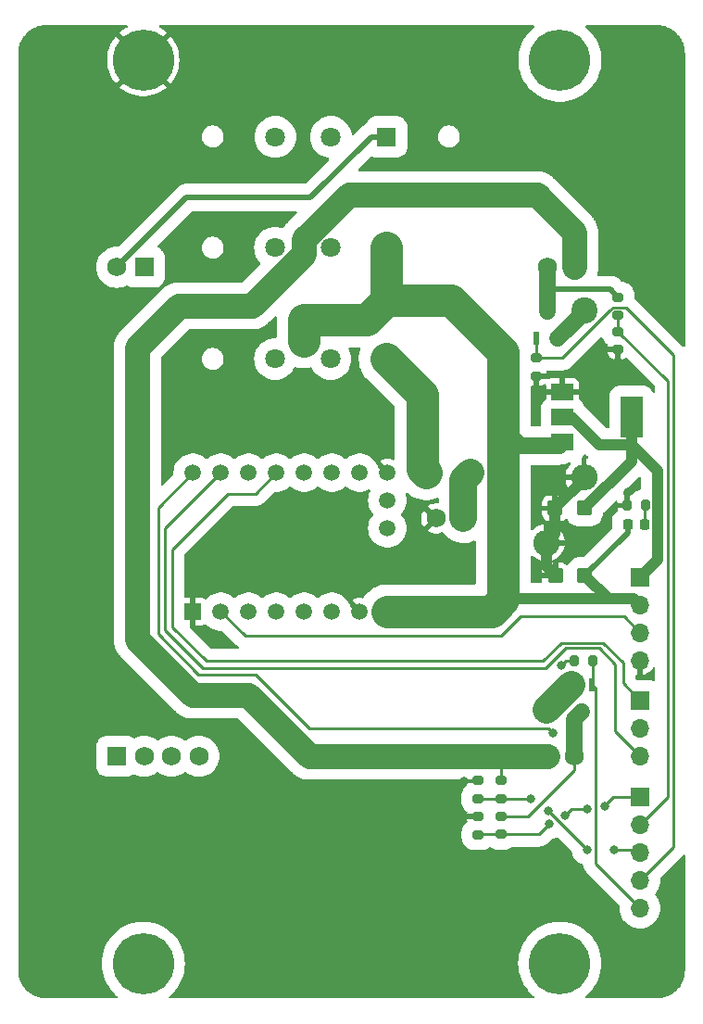
<source format=gbr>
%TF.GenerationSoftware,KiCad,Pcbnew,7.0.10-7.0.10~ubuntu22.04.1*%
%TF.CreationDate,2025-01-30T16:33:20-05:00*%
%TF.ProjectId,CoreIO,436f7265-494f-42e6-9b69-6361645f7063,rev?*%
%TF.SameCoordinates,Original*%
%TF.FileFunction,Copper,L1,Top*%
%TF.FilePolarity,Positive*%
%FSLAX46Y46*%
G04 Gerber Fmt 4.6, Leading zero omitted, Abs format (unit mm)*
G04 Created by KiCad (PCBNEW 7.0.10-7.0.10~ubuntu22.04.1) date 2025-01-30 16:33:20*
%MOMM*%
%LPD*%
G01*
G04 APERTURE LIST*
G04 Aperture macros list*
%AMRoundRect*
0 Rectangle with rounded corners*
0 $1 Rounding radius*
0 $2 $3 $4 $5 $6 $7 $8 $9 X,Y pos of 4 corners*
0 Add a 4 corners polygon primitive as box body*
4,1,4,$2,$3,$4,$5,$6,$7,$8,$9,$2,$3,0*
0 Add four circle primitives for the rounded corners*
1,1,$1+$1,$2,$3*
1,1,$1+$1,$4,$5*
1,1,$1+$1,$6,$7*
1,1,$1+$1,$8,$9*
0 Add four rect primitives between the rounded corners*
20,1,$1+$1,$2,$3,$4,$5,0*
20,1,$1+$1,$4,$5,$6,$7,0*
20,1,$1+$1,$6,$7,$8,$9,0*
20,1,$1+$1,$8,$9,$2,$3,0*%
G04 Aperture macros list end*
%TA.AperFunction,ComponentPad*%
%ADD10R,1.700000X1.700000*%
%TD*%
%TA.AperFunction,ComponentPad*%
%ADD11O,1.700000X1.700000*%
%TD*%
%TA.AperFunction,SMDPad,CuDef*%
%ADD12RoundRect,0.088500X0.206500X-0.516500X0.206500X0.516500X-0.206500X0.516500X-0.206500X-0.516500X0*%
%TD*%
%TA.AperFunction,ComponentPad*%
%ADD13C,3.600000*%
%TD*%
%TA.AperFunction,ConnectorPad*%
%ADD14C,5.600000*%
%TD*%
%TA.AperFunction,SMDPad,CuDef*%
%ADD15R,1.800000X1.700000*%
%TD*%
%TA.AperFunction,ComponentPad*%
%ADD16R,1.750000X1.750000*%
%TD*%
%TA.AperFunction,ComponentPad*%
%ADD17C,1.750000*%
%TD*%
%TA.AperFunction,ComponentPad*%
%ADD18R,1.800000X1.800000*%
%TD*%
%TA.AperFunction,ComponentPad*%
%ADD19C,1.800000*%
%TD*%
%TA.AperFunction,SMDPad,CuDef*%
%ADD20RoundRect,0.200000X-0.275000X0.200000X-0.275000X-0.200000X0.275000X-0.200000X0.275000X0.200000X0*%
%TD*%
%TA.AperFunction,SMDPad,CuDef*%
%ADD21RoundRect,0.218750X0.218750X0.256250X-0.218750X0.256250X-0.218750X-0.256250X0.218750X-0.256250X0*%
%TD*%
%TA.AperFunction,SMDPad,CuDef*%
%ADD22RoundRect,0.250000X0.450000X0.425000X-0.450000X0.425000X-0.450000X-0.425000X0.450000X-0.425000X0*%
%TD*%
%TA.AperFunction,SMDPad,CuDef*%
%ADD23RoundRect,0.200000X-0.200000X-0.275000X0.200000X-0.275000X0.200000X0.275000X-0.200000X0.275000X0*%
%TD*%
%TA.AperFunction,SMDPad,CuDef*%
%ADD24RoundRect,0.088500X-0.206500X0.516500X-0.206500X-0.516500X0.206500X-0.516500X0.206500X0.516500X0*%
%TD*%
%TA.AperFunction,ComponentPad*%
%ADD25R,1.508000X1.508000*%
%TD*%
%TA.AperFunction,ComponentPad*%
%ADD26C,1.508000*%
%TD*%
%TA.AperFunction,SMDPad,CuDef*%
%ADD27RoundRect,0.200000X0.275000X-0.200000X0.275000X0.200000X-0.275000X0.200000X-0.275000X-0.200000X0*%
%TD*%
%TA.AperFunction,SMDPad,CuDef*%
%ADD28R,2.000000X1.500000*%
%TD*%
%TA.AperFunction,SMDPad,CuDef*%
%ADD29R,2.000000X3.800000*%
%TD*%
%TA.AperFunction,SMDPad,CuDef*%
%ADD30RoundRect,0.200000X0.200000X0.275000X-0.200000X0.275000X-0.200000X-0.275000X0.200000X-0.275000X0*%
%TD*%
%TA.AperFunction,ComponentPad*%
%ADD31C,2.400000*%
%TD*%
%TA.AperFunction,ComponentPad*%
%ADD32O,2.400000X2.400000*%
%TD*%
%TA.AperFunction,ViaPad*%
%ADD33C,0.800000*%
%TD*%
%TA.AperFunction,ViaPad*%
%ADD34C,2.500000*%
%TD*%
%TA.AperFunction,ViaPad*%
%ADD35C,2.300000*%
%TD*%
%TA.AperFunction,Conductor*%
%ADD36C,0.250000*%
%TD*%
%TA.AperFunction,Conductor*%
%ADD37C,1.000000*%
%TD*%
%TA.AperFunction,Conductor*%
%ADD38C,1.500000*%
%TD*%
%TA.AperFunction,Conductor*%
%ADD39C,3.000000*%
%TD*%
%TA.AperFunction,Conductor*%
%ADD40C,0.508000*%
%TD*%
%TA.AperFunction,Conductor*%
%ADD41C,2.500000*%
%TD*%
%TA.AperFunction,Conductor*%
%ADD42C,2.300000*%
%TD*%
G04 APERTURE END LIST*
D10*
%TO.P,J5,1,Pin_1*%
%TO.N,/5V*%
X174210000Y-100970000D03*
D11*
%TO.P,J5,2,Pin_2*%
%TO.N,/V_BATT*%
X174210000Y-103510000D03*
%TO.P,J5,3,Pin_3*%
%TO.N,/3.3V*%
X174210000Y-106050000D03*
%TO.P,J5,4,Pin_4*%
%TO.N,GND*%
X174210000Y-108590000D03*
%TD*%
D12*
%TO.P,Q2,1*%
%TO.N,/PYRO 1*%
X164785000Y-79172500D03*
%TO.P,Q2,2*%
%TO.N,Net-(Q2-Pad2)*%
X166685000Y-79172500D03*
%TO.P,Q2,3*%
%TO.N,Net-(J3-Pin_2)*%
X165735000Y-76662500D03*
%TD*%
D13*
%TO.P,H4,1*%
%TO.N,N/C*%
X128821044Y-136276378D03*
D14*
X128821044Y-136276378D03*
%TD*%
D15*
%TO.P,D2,A*%
%TO.N,Net-(BT1-+)*%
X158750000Y-91440000D03*
%TO.P,D2,C*%
%TO.N,/SWITCH1*%
X154650000Y-91440000D03*
%TD*%
D16*
%TO.P,J2,1,Pin_1*%
%TO.N,Net-(J2-Pin_1)*%
X128910400Y-72665000D03*
D17*
%TO.P,J2,2,Pin_2*%
%TO.N,Net-(J2-Pin_2)*%
X126410400Y-72665000D03*
%TD*%
D18*
%TO.P,S1,1*%
%TO.N,/SWITCH1*%
X151023176Y-81059176D03*
D19*
%TO.P,S1,2*%
%TO.N,Net-(JP1-A)*%
X145943176Y-81059176D03*
%TO.P,S1,3*%
%TO.N,Net-(JP1-B)*%
X140863176Y-81059176D03*
%TD*%
D20*
%TO.P,R6,1*%
%TO.N,/PYRO 1*%
X164719000Y-80963000D03*
%TO.P,R6,2*%
%TO.N,GND*%
X164719000Y-82613000D03*
%TD*%
%TO.P,R8,1*%
%TO.N,/CONT 1*%
X172237400Y-78550000D03*
%TO.P,R8,2*%
%TO.N,GND*%
X172237400Y-80200000D03*
%TD*%
D21*
%TO.P,D1,1,K*%
%TO.N,Net-(D1-K)*%
X174675900Y-96215200D03*
%TO.P,D1,2,A*%
%TO.N,/V_BATT*%
X173100900Y-96215200D03*
%TD*%
D22*
%TO.P,C1,1*%
%TO.N,/5V*%
X169164000Y-94691200D03*
%TO.P,C1,2*%
%TO.N,GND*%
X166464000Y-94691200D03*
%TD*%
D16*
%TO.P,J3,1,Pin_1*%
%TO.N,/V_IGNITOR*%
X168255000Y-72665000D03*
D17*
%TO.P,J3,2,Pin_2*%
%TO.N,Net-(J3-Pin_2)*%
X165755000Y-72665000D03*
%TD*%
D18*
%TO.P,S2,1*%
%TO.N,/V_BATT*%
X151023058Y-70888941D03*
D19*
%TO.P,S2,2*%
%TO.N,Net-(JP2-A)*%
X145943058Y-70888941D03*
%TO.P,S2,3*%
%TO.N,Net-(JP2-B)*%
X140863058Y-70888941D03*
%TD*%
D13*
%TO.P,H3,1*%
%TO.N,N/C*%
X166909025Y-53739054D03*
D14*
X166909025Y-53739054D03*
%TD*%
D20*
%TO.P,R5,1*%
%TO.N,GND*%
X159385000Y-119571000D03*
%TO.P,R5,2*%
%TO.N,/ARM*%
X159385000Y-121221000D03*
%TD*%
D10*
%TO.P,Pyro2,1,Pin_1*%
%TO.N,/CONT 2*%
X174223940Y-121061705D03*
D11*
%TO.P,Pyro2,2,Pin_2*%
%TO.N,/CONT 1*%
X174223940Y-123601705D03*
%TO.P,Pyro2,3,Pin_3*%
%TO.N,/ARM*%
X174223940Y-126141705D03*
%TO.P,Pyro2,4,Pin_4*%
%TO.N,/PYRO 1*%
X174223940Y-128681705D03*
%TO.P,Pyro2,5,Pin_5*%
%TO.N,/PYRO 2*%
X174223940Y-131221705D03*
%TD*%
D16*
%TO.P,J4,1,Pin_1*%
%TO.N,/V_IGNITOR*%
X165755000Y-117348410D03*
D17*
%TO.P,J4,2,Pin_2*%
%TO.N,Net-(J4-Pin_2)*%
X168255000Y-117348410D03*
%TD*%
D20*
%TO.P,R10,1*%
%TO.N,Net-(J4-Pin_2)*%
X161544000Y-122822200D03*
%TO.P,R10,2*%
%TO.N,/CONT 2*%
X161544000Y-124472200D03*
%TD*%
D23*
%TO.P,R1,1*%
%TO.N,GND*%
X173063400Y-94437200D03*
%TO.P,R1,2*%
%TO.N,Net-(D1-K)*%
X174713400Y-94437200D03*
%TD*%
D24*
%TO.P,Q1,1*%
%TO.N,/PYRO 2*%
X169860000Y-110794100D03*
%TO.P,Q1,2*%
%TO.N,Net-(Q1-Pad2)*%
X167960000Y-110794100D03*
%TO.P,Q1,3*%
%TO.N,Net-(J4-Pin_2)*%
X168910000Y-113304100D03*
%TD*%
D16*
%TO.P,J1,1,Pin_1*%
%TO.N,Net-(J1-Pin_1)*%
X126410400Y-117348410D03*
D17*
%TO.P,J1,2,Pin_2*%
%TO.N,Net-(J1-Pin_2)*%
X128910400Y-117348410D03*
%TO.P,J1,3,Pin_3*%
%TO.N,Net-(J1-Pin_3)*%
X131410400Y-117348410D03*
%TO.P,J1,4,Pin_4*%
%TO.N,Net-(J1-Pin_4)*%
X133910400Y-117348410D03*
%TD*%
D25*
%TO.P,U1,1,GND*%
%TO.N,GND*%
X133350000Y-104140000D03*
D26*
%TO.P,U1,2,VIO*%
%TO.N,/3.3V*%
X135890000Y-104140000D03*
%TO.P,U1,3,M1B*%
%TO.N,Net-(J1-Pin_1)*%
X138430000Y-104140000D03*
%TO.P,U1,4,M1A*%
%TO.N,Net-(J1-Pin_2)*%
X140970000Y-104140000D03*
%TO.P,U1,5,M2A*%
%TO.N,Net-(J1-Pin_3)*%
X143510000Y-104140000D03*
%TO.P,U1,6,M2B*%
%TO.N,Net-(J1-Pin_4)*%
X146050000Y-104140000D03*
%TO.P,U1,7,GND*%
%TO.N,GND*%
X148590000Y-104140000D03*
%TO.P,U1,8,VM*%
%TO.N,/V_BATT*%
X151130000Y-104140000D03*
%TO.P,U1,9,DIR*%
%TO.N,/DIR*%
X133350000Y-91440000D03*
%TO.P,U1,10,STEP*%
%TO.N,/STEP*%
X135890000Y-91440000D03*
%TO.P,U1,11,PDN*%
%TO.N,unconnected-(U1-PDN-Pad11)*%
X138430000Y-91440000D03*
%TO.P,U1,12,UART*%
%TO.N,/UART*%
X140970000Y-91440000D03*
%TO.P,U1,13,SPRD*%
%TO.N,unconnected-(U1-SPRD-Pad13)*%
X143510000Y-91440000D03*
%TO.P,U1,14,MS2*%
%TO.N,unconnected-(U1-MS2-Pad14)*%
X146050000Y-91440000D03*
%TO.P,U1,15,MS1*%
%TO.N,unconnected-(U1-MS1-Pad15)*%
X148590000Y-91440000D03*
%TO.P,U1,16,~{EN}*%
%TO.N,GND*%
X151130000Y-91440000D03*
%TO.P,U1,17,INDEX*%
%TO.N,unconnected-(U1-INDEX-Pad17)*%
X151130000Y-96520000D03*
%TO.P,U1,18,DIAG*%
%TO.N,unconnected-(U1-DIAG-Pad18)*%
X151130000Y-93980000D03*
%TD*%
D27*
%TO.P,R11,1*%
%TO.N,/CONT 2*%
X159410400Y-124523000D03*
%TO.P,R11,2*%
%TO.N,GND*%
X159410400Y-122873000D03*
%TD*%
D13*
%TO.P,H2,1*%
%TO.N,N/C*%
X166902698Y-136268782D03*
D14*
X166902698Y-136268782D03*
%TD*%
D20*
%TO.P,R7,1*%
%TO.N,Net-(J3-Pin_2)*%
X172237400Y-75400400D03*
%TO.P,R7,2*%
%TO.N,/CONT 1*%
X172237400Y-77050400D03*
%TD*%
D18*
%TO.P,S3,1*%
%TO.N,Net-(J2-Pin_2)*%
X151059176Y-60762470D03*
D19*
%TO.P,S3,2*%
%TO.N,Net-(JP3-A)*%
X145979176Y-60762470D03*
%TO.P,S3,3*%
%TO.N,Net-(JP3-B)*%
X140899176Y-60762470D03*
%TD*%
D27*
%TO.P,R2,1*%
%TO.N,/ARM*%
X161544000Y-121221000D03*
%TO.P,R2,2*%
%TO.N,/V_IGNITOR*%
X161544000Y-119571000D03*
%TD*%
D22*
%TO.P,C2,1*%
%TO.N,/V_BATT*%
X169193200Y-100838000D03*
%TO.P,C2,2*%
%TO.N,GND*%
X166493200Y-100838000D03*
%TD*%
D28*
%TO.P,U2,1,GND*%
%TO.N,GND*%
X167150000Y-84060000D03*
%TO.P,U2,2,VO*%
%TO.N,/5V*%
X167150000Y-86360000D03*
D29*
X173450000Y-86360000D03*
D28*
%TO.P,U2,3,VI*%
%TO.N,/V_BATT*%
X167150000Y-88660000D03*
%TD*%
D13*
%TO.P,H1,1,1*%
%TO.N,GND*%
X128816000Y-53739054D03*
D14*
X128816000Y-53739054D03*
%TD*%
D10*
%TO.P,Stepper2,1,Pin_1*%
%TO.N,/UART*%
X174223940Y-112241705D03*
D11*
%TO.P,Stepper2,2,Pin_2*%
%TO.N,/DIR*%
X174223940Y-114781705D03*
%TO.P,Stepper2,3,Pin_3*%
%TO.N,/STEP*%
X174223940Y-117321705D03*
%TD*%
D30*
%TO.P,R9,1*%
%TO.N,/PYRO 2*%
X169912800Y-108610400D03*
%TO.P,R9,2*%
%TO.N,GND*%
X168262800Y-108610400D03*
%TD*%
D16*
%TO.P,BT1,1,+*%
%TO.N,Net-(BT1-+)*%
X158095000Y-95610000D03*
D17*
%TO.P,BT1,2,-*%
%TO.N,GND*%
X155595000Y-95610000D03*
%TD*%
D31*
%TO.P,R4,1*%
%TO.N,Net-(Q1-Pad2)*%
X165658800Y-113080800D03*
D32*
%TO.P,R4,2*%
%TO.N,GND*%
X165658800Y-97840800D03*
%TD*%
D31*
%TO.P,R3,1*%
%TO.N,Net-(Q2-Pad2)*%
X169113200Y-76606400D03*
D32*
%TO.P,R3,2*%
%TO.N,GND*%
X169113200Y-91846400D03*
%TD*%
D33*
%TO.N,/ARM*%
X169410000Y-125880000D03*
X171884281Y-125905143D03*
X164236400Y-121234200D03*
X165830000Y-122300000D03*
%TO.N,/CONT 2*%
X169430000Y-122140000D03*
X171010000Y-121890000D03*
X167350000Y-122790000D03*
X165950000Y-123540000D03*
D34*
%TO.N,/V_BATT*%
X143510000Y-79375000D03*
D33*
%TO.N,GND*%
X172237400Y-81280000D03*
X173126400Y-93218000D03*
X167110000Y-83700000D03*
X158115000Y-119634000D03*
X167055800Y-109016800D03*
X158115000Y-122859800D03*
X166580000Y-84380000D03*
X164693600Y-83845400D03*
X167690000Y-84400000D03*
D35*
%TO.N,/V_IGNITOR*%
X143510000Y-70485000D03*
D33*
%TO.N,/DIR*%
X166293800Y-115214400D03*
%TD*%
D36*
%TO.N,/ARM*%
X169410000Y-125880000D02*
X169500000Y-125860000D01*
X169390000Y-125860000D02*
X169410000Y-125880000D01*
X159385000Y-121221000D02*
X161544000Y-121221000D01*
X171884281Y-125905143D02*
X173987378Y-125905143D01*
X161544000Y-121221000D02*
X164223200Y-121221000D01*
X173987378Y-125905143D02*
X174223940Y-126141705D01*
X164223200Y-121221000D02*
X164236400Y-121234200D01*
X165830000Y-122300000D02*
X169390000Y-125860000D01*
%TO.N,/CONT 2*%
X174223940Y-121061705D02*
X171818295Y-121061705D01*
X161544000Y-124472200D02*
X159461200Y-124472200D01*
X169430000Y-122140000D02*
X167990000Y-122140000D01*
X171010000Y-121890000D02*
X170990000Y-121890000D01*
X165950000Y-123540000D02*
X165017800Y-124472200D01*
X167990000Y-122140000D02*
X167350000Y-122780000D01*
X167350000Y-122790000D02*
X167340000Y-122790000D01*
X161493200Y-124523000D02*
X161544000Y-124472200D01*
X170990000Y-121890000D02*
X171010000Y-121870000D01*
X165017800Y-124472200D02*
X161544000Y-124472200D01*
X167350000Y-122780000D02*
X167350000Y-122790000D01*
X159461200Y-124472200D02*
X159410400Y-124523000D01*
X171010000Y-121870000D02*
X171010000Y-121890000D01*
X171818295Y-121061705D02*
X171010000Y-121870000D01*
X167340000Y-122790000D02*
X167300000Y-122830000D01*
%TO.N,/CONT 1*%
X176733200Y-121092445D02*
X174223940Y-123601705D01*
X172237400Y-77050400D02*
X172237400Y-78550000D01*
X172237400Y-78550000D02*
X176733200Y-83045800D01*
X176733200Y-83045800D02*
X176733200Y-121092445D01*
%TO.N,/PYRO 2*%
X169860000Y-110794100D02*
X170155000Y-111089100D01*
X169912800Y-110741300D02*
X169860000Y-110794100D01*
X169926000Y-110728100D02*
X169860000Y-110794100D01*
X169912800Y-108610400D02*
X169912800Y-110741300D01*
X170155000Y-127152765D02*
X174223940Y-131221705D01*
X170155000Y-111089100D02*
X170155000Y-127152765D01*
%TO.N,/PYRO 1*%
X167118800Y-80963000D02*
X171437400Y-76644400D01*
X177292000Y-80670400D02*
X177292000Y-125613645D01*
X164785000Y-80897000D02*
X164719000Y-80963000D01*
X171437400Y-76644400D02*
X171437400Y-76627396D01*
X177292000Y-125613645D02*
X174223940Y-128681705D01*
X171437400Y-76627396D02*
X171739396Y-76325400D01*
X164719000Y-80963000D02*
X167118800Y-80963000D01*
X172947000Y-76325400D02*
X177292000Y-80670400D01*
X164785000Y-79172500D02*
X164785000Y-80897000D01*
X171739396Y-76325400D02*
X172947000Y-76325400D01*
D37*
%TO.N,/V_BATT*%
X174210000Y-103510000D02*
X173671600Y-102971600D01*
D38*
X166840000Y-88970000D02*
X163341200Y-88970000D01*
D37*
X171326800Y-102971600D02*
X171380000Y-102971600D01*
D39*
X156951942Y-75671942D02*
X161721800Y-80441800D01*
D37*
X173671600Y-102971600D02*
X161823400Y-102971600D01*
D39*
X151023058Y-70888941D02*
X151023058Y-75671942D01*
D40*
X173100900Y-96930300D02*
X169193200Y-100838000D01*
D39*
X151023058Y-75671942D02*
X149225000Y-77470000D01*
D37*
X161823400Y-102971600D02*
X161721800Y-103073200D01*
D39*
X161721800Y-80441800D02*
X161721800Y-87350600D01*
X161721800Y-87350600D02*
X161721800Y-90754200D01*
D37*
X160655000Y-104140000D02*
X162056200Y-104140000D01*
D39*
X161721800Y-90754200D02*
X161721800Y-103073200D01*
X151023058Y-75671942D02*
X156951942Y-75671942D01*
D38*
X161784000Y-90692000D02*
X161721800Y-90754200D01*
D37*
X169193200Y-100838000D02*
X171326800Y-102971600D01*
D38*
X163341200Y-88970000D02*
X161721800Y-87350600D01*
D39*
X160655000Y-104140000D02*
X151130000Y-104140000D01*
X143510000Y-77470000D02*
X143510000Y-79375000D01*
X161721800Y-103073200D02*
X160655000Y-104140000D01*
X149225000Y-77470000D02*
X143510000Y-77470000D01*
D38*
X167150000Y-88660000D02*
X166840000Y-88970000D01*
D40*
X173100900Y-96215200D02*
X173100900Y-96930300D01*
D37*
%TO.N,GND*%
X166464000Y-94691200D02*
X166464000Y-97035600D01*
D36*
X164719000Y-83820000D02*
X164693600Y-83845400D01*
D37*
X169113200Y-91846400D02*
X169113200Y-92042000D01*
D36*
X167462200Y-108610400D02*
X167055800Y-109016800D01*
D37*
X169113200Y-92042000D02*
X166464000Y-94691200D01*
D36*
X173063400Y-94437200D02*
X173063400Y-93281000D01*
X172237400Y-80200000D02*
X172237400Y-81280000D01*
D37*
X166464000Y-97035600D02*
X165658800Y-97840800D01*
D36*
X168262800Y-108610400D02*
X167462200Y-108610400D01*
X173063400Y-93281000D02*
X173126400Y-93218000D01*
X164719000Y-82613000D02*
X164719000Y-83820000D01*
D37*
X165658800Y-97840800D02*
X165658800Y-100003600D01*
X165658800Y-100003600D02*
X166493200Y-100838000D01*
D36*
X158128200Y-122873000D02*
X158115000Y-122859800D01*
X158178000Y-119571000D02*
X158115000Y-119634000D01*
X159385000Y-119571000D02*
X158178000Y-119571000D01*
X159410400Y-122873000D02*
X158128200Y-122873000D01*
D39*
%TO.N,/SWITCH1*%
X151023176Y-81059176D02*
X154305000Y-84341000D01*
X154305000Y-84341000D02*
X154305000Y-91095000D01*
X154305000Y-91095000D02*
X154650000Y-91440000D01*
D41*
%TO.N,Net-(BT1-+)*%
X158095000Y-92095000D02*
X158750000Y-91440000D01*
X158095000Y-95610000D02*
X158095000Y-92095000D01*
D37*
%TO.N,/5V*%
X170533000Y-88893000D02*
X168000000Y-86360000D01*
X173450000Y-88893000D02*
X170533000Y-88893000D01*
X175813400Y-99366600D02*
X174210000Y-100970000D01*
X168000000Y-86360000D02*
X167150000Y-86360000D01*
X169164000Y-94691200D02*
X173450000Y-90405200D01*
X173450000Y-90405200D02*
X173450000Y-88893000D01*
X175813400Y-91256400D02*
X175813400Y-99366600D01*
X173450000Y-86360000D02*
X173450000Y-88893000D01*
X173450000Y-88893000D02*
X175813400Y-91256400D01*
D42*
%TO.N,/V_IGNITOR*%
X132080000Y-76200000D02*
X128270000Y-80010000D01*
X138733980Y-76200000D02*
X132080000Y-76200000D01*
X143510000Y-70485000D02*
X143510000Y-71423980D01*
X164805000Y-66040000D02*
X168255000Y-69490000D01*
D36*
X161544000Y-119571000D02*
X161544000Y-117475410D01*
D42*
X143510000Y-71423980D02*
X138733980Y-76200000D01*
X161671000Y-117348410D02*
X165755000Y-117348410D01*
X128270000Y-80010000D02*
X128270000Y-106680000D01*
X143510000Y-70140018D02*
X147610018Y-66040000D01*
X138430000Y-111760000D02*
X144018410Y-117348410D01*
X147610018Y-66040000D02*
X164805000Y-66040000D01*
X168255000Y-69490000D02*
X168255000Y-72665000D01*
X143510000Y-70485000D02*
X143510000Y-70140018D01*
X133350000Y-111760000D02*
X138430000Y-111760000D01*
X144018410Y-117348410D02*
X161671000Y-117348410D01*
X128270000Y-106680000D02*
X133350000Y-111760000D01*
D36*
X161544000Y-117475410D02*
X161671000Y-117348410D01*
%TO.N,Net-(D1-K)*%
X174675900Y-94474700D02*
X174713400Y-94437200D01*
X174675900Y-96215200D02*
X174675900Y-94474700D01*
D40*
%TO.N,Net-(J2-Pin_2)*%
X151059176Y-60762470D02*
X149651176Y-60762470D01*
X149651176Y-60762470D02*
X144119646Y-66294000D01*
X132781400Y-66294000D02*
X126410400Y-72665000D01*
X144119646Y-66294000D02*
X132781400Y-66294000D01*
D36*
%TO.N,Net-(J3-Pin_2)*%
X165879500Y-76518000D02*
X165735000Y-76662500D01*
D40*
X171538400Y-74701400D02*
X165755000Y-74701400D01*
D38*
X165755000Y-74701400D02*
X165755000Y-76642500D01*
D40*
X172237400Y-75400400D02*
X171538400Y-74701400D01*
D38*
X165755000Y-72665000D02*
X165755000Y-74701400D01*
X165755000Y-76642500D02*
X165735000Y-76662500D01*
D36*
%TO.N,Net-(J4-Pin_2)*%
X168255000Y-117348410D02*
X168255000Y-118585846D01*
X164018646Y-122822200D02*
X161544000Y-122822200D01*
D38*
X168255000Y-117348410D02*
X168255000Y-113959100D01*
X168255000Y-113959100D02*
X168910000Y-113304100D01*
D36*
X168255000Y-118585846D02*
X164018646Y-122822200D01*
%TO.N,/DIR*%
X133350000Y-91440000D02*
X130175000Y-94615000D01*
X139065000Y-109855000D02*
X143991705Y-114781705D01*
X130175000Y-106197400D02*
X133832600Y-109855000D01*
X143991705Y-114781705D02*
X165861105Y-114781705D01*
X130175000Y-94615000D02*
X130175000Y-106197400D01*
X165861105Y-114781705D02*
X166293800Y-115214400D01*
X133832600Y-109855000D02*
X139065000Y-109855000D01*
%TO.N,/STEP*%
X167436800Y-107467400D02*
X170484800Y-107467400D01*
X130810000Y-96520000D02*
X130810000Y-105816400D01*
X135890000Y-91440000D02*
X130810000Y-96520000D01*
X171983400Y-115081165D02*
X174223940Y-117321705D01*
X165633400Y-109270800D02*
X167436800Y-107467400D01*
X170484800Y-107467400D02*
X171983400Y-108966000D01*
X171983400Y-108966000D02*
X171983400Y-115081165D01*
X134264400Y-109270800D02*
X165633400Y-109270800D01*
X130810000Y-105816400D02*
X134264400Y-109270800D01*
%TO.N,/UART*%
X136525000Y-93345000D02*
X131445000Y-98425000D01*
X170865800Y-106984800D02*
X172669200Y-108788200D01*
X172669200Y-108788200D02*
X172669200Y-110686965D01*
X134569200Y-108661200D02*
X165328600Y-108661200D01*
X131445000Y-98425000D02*
X131445000Y-105537000D01*
X139065000Y-93345000D02*
X136525000Y-93345000D01*
X131445000Y-105537000D02*
X134569200Y-108661200D01*
X172669200Y-110686965D02*
X174223940Y-112241705D01*
X167005000Y-106984800D02*
X170865800Y-106984800D01*
X165328600Y-108661200D02*
X167005000Y-106984800D01*
X140970000Y-91440000D02*
X139065000Y-93345000D01*
D38*
%TO.N,Net-(Q2-Pad2)*%
X169113200Y-76744300D02*
X166685000Y-79172500D01*
X169113200Y-76606400D02*
X169113200Y-76744300D01*
D41*
%TO.N,Net-(Q1-Pad2)*%
X167945500Y-110794100D02*
X165658800Y-113080800D01*
X167960000Y-110794100D02*
X167945500Y-110794100D01*
D36*
%TO.N,/3.3V*%
X172757200Y-104597200D02*
X163322000Y-104597200D01*
X174210000Y-106050000D02*
X172757200Y-104597200D01*
X138125200Y-106375200D02*
X135890000Y-104140000D01*
X161544000Y-106375200D02*
X138125200Y-106375200D01*
X163322000Y-104597200D02*
X161544000Y-106375200D01*
%TD*%
%TA.AperFunction,Conductor*%
%TO.N,GND*%
G36*
X127337937Y-50576890D02*
G01*
X127383692Y-50629694D01*
X127393636Y-50698852D01*
X127364611Y-50762408D01*
X127322964Y-50793744D01*
X127267990Y-50819177D01*
X126961370Y-51003663D01*
X126961367Y-51003665D01*
X126676486Y-51220224D01*
X126676485Y-51220225D01*
X126663257Y-51232756D01*
X126663256Y-51232757D01*
X127871819Y-52441320D01*
X127681130Y-52604184D01*
X127518266Y-52794873D01*
X126312442Y-51589049D01*
X126312441Y-51589050D01*
X126185033Y-51739046D01*
X125984218Y-52035226D01*
X125816606Y-52351376D01*
X125816597Y-52351394D01*
X125684149Y-52683814D01*
X125684147Y-52683821D01*
X125588421Y-53028596D01*
X125588415Y-53028622D01*
X125530527Y-53381722D01*
X125530526Y-53381739D01*
X125511153Y-53739051D01*
X125511153Y-53739056D01*
X125530526Y-54096368D01*
X125530527Y-54096385D01*
X125588415Y-54449485D01*
X125588421Y-54449511D01*
X125684147Y-54794286D01*
X125684149Y-54794293D01*
X125816597Y-55126713D01*
X125816606Y-55126731D01*
X125984218Y-55442881D01*
X126185024Y-55739048D01*
X126185035Y-55739062D01*
X126312441Y-55889056D01*
X126312442Y-55889056D01*
X127518265Y-54683233D01*
X127681130Y-54873924D01*
X127871819Y-55036787D01*
X126663257Y-56245348D01*
X126676495Y-56257890D01*
X126961367Y-56474442D01*
X126961370Y-56474444D01*
X127267990Y-56658930D01*
X127592739Y-56809176D01*
X127592744Y-56809177D01*
X127931855Y-56923437D01*
X128281339Y-57000365D01*
X128637075Y-57039053D01*
X128637085Y-57039054D01*
X128994915Y-57039054D01*
X128994924Y-57039053D01*
X129350660Y-57000365D01*
X129700144Y-56923437D01*
X130039255Y-56809177D01*
X130039260Y-56809176D01*
X130364009Y-56658930D01*
X130670629Y-56474444D01*
X130670632Y-56474442D01*
X130955509Y-56257885D01*
X130968742Y-56245349D01*
X130968742Y-56245348D01*
X129760181Y-55036787D01*
X129950870Y-54873924D01*
X130113733Y-54683234D01*
X131319556Y-55889056D01*
X131446972Y-55739052D01*
X131446975Y-55739048D01*
X131647781Y-55442881D01*
X131815393Y-55126731D01*
X131815402Y-55126713D01*
X131947850Y-54794293D01*
X131947852Y-54794286D01*
X132043578Y-54449511D01*
X132043584Y-54449485D01*
X132101472Y-54096385D01*
X132101473Y-54096368D01*
X132120847Y-53739056D01*
X132120847Y-53739051D01*
X132101473Y-53381739D01*
X132101472Y-53381722D01*
X132043584Y-53028622D01*
X132043578Y-53028596D01*
X131947852Y-52683821D01*
X131947850Y-52683814D01*
X131815402Y-52351394D01*
X131815393Y-52351376D01*
X131647781Y-52035226D01*
X131446975Y-51739059D01*
X131446964Y-51739045D01*
X131319556Y-51589050D01*
X130113733Y-52794873D01*
X129950870Y-52604184D01*
X129760180Y-52441320D01*
X130968742Y-51232758D01*
X130955504Y-51220217D01*
X130670632Y-51003665D01*
X130670629Y-51003663D01*
X130364009Y-50819177D01*
X130309036Y-50793744D01*
X130256458Y-50747730D01*
X130237104Y-50680594D01*
X130257118Y-50613653D01*
X130310147Y-50568158D01*
X130361102Y-50557205D01*
X164446023Y-50557205D01*
X164513062Y-50576890D01*
X164558817Y-50629694D01*
X164568761Y-50698852D01*
X164539736Y-50762408D01*
X164526793Y-50775291D01*
X164287241Y-50980938D01*
X164021654Y-51260337D01*
X163785708Y-51565154D01*
X163581799Y-51892294D01*
X163412040Y-52238374D01*
X163412034Y-52238387D01*
X163278161Y-52599853D01*
X163278161Y-52599854D01*
X163181536Y-52973040D01*
X163123164Y-53354070D01*
X163103641Y-53739054D01*
X163123164Y-54124037D01*
X163181536Y-54505067D01*
X163278161Y-54878253D01*
X163278161Y-54878254D01*
X163412034Y-55239720D01*
X163412040Y-55239733D01*
X163581799Y-55585813D01*
X163581800Y-55585814D01*
X163785705Y-55912949D01*
X164021659Y-56217776D01*
X164265639Y-56474444D01*
X164287241Y-56497169D01*
X164579724Y-56748257D01*
X164579727Y-56748259D01*
X164896114Y-56968471D01*
X165233156Y-57155545D01*
X165233160Y-57155547D01*
X165374851Y-57216351D01*
X165587395Y-57307561D01*
X165587405Y-57307564D01*
X165587410Y-57307566D01*
X165955185Y-57422956D01*
X165955188Y-57422956D01*
X165955196Y-57422959D01*
X166332784Y-57500556D01*
X166639584Y-57531754D01*
X166716284Y-57539554D01*
X166716285Y-57539554D01*
X167101766Y-57539554D01*
X167165681Y-57533054D01*
X167485266Y-57500556D01*
X167862854Y-57422959D01*
X168230655Y-57307561D01*
X168584894Y-57155545D01*
X168921936Y-56968471D01*
X169238323Y-56748259D01*
X169530809Y-56497169D01*
X169796391Y-56217776D01*
X170032345Y-55912949D01*
X170236250Y-55585814D01*
X170406012Y-55239729D01*
X170539891Y-54878246D01*
X170636513Y-54505072D01*
X170694885Y-54124038D01*
X170714409Y-53739054D01*
X170694885Y-53354070D01*
X170636513Y-52973036D01*
X170539891Y-52599862D01*
X170514616Y-52531619D01*
X170406015Y-52238387D01*
X170406014Y-52238386D01*
X170406012Y-52238379D01*
X170236250Y-51892294D01*
X170032345Y-51565159D01*
X169905426Y-51401194D01*
X169796395Y-51260337D01*
X169796394Y-51260336D01*
X169796391Y-51260332D01*
X169530809Y-50980939D01*
X169530808Y-50980938D01*
X169291257Y-50775291D01*
X169253212Y-50716688D01*
X169252890Y-50646819D01*
X169290393Y-50587867D01*
X169353815Y-50558550D01*
X169372027Y-50557205D01*
X175800458Y-50557205D01*
X175807410Y-50557399D01*
X175919432Y-50563692D01*
X176088285Y-50573909D01*
X176101535Y-50575431D01*
X176233524Y-50597858D01*
X176234946Y-50598109D01*
X176380150Y-50624721D01*
X176392104Y-50627532D01*
X176524674Y-50665727D01*
X176527147Y-50666468D01*
X176664078Y-50709139D01*
X176674623Y-50712958D01*
X176715399Y-50729849D01*
X176803597Y-50766383D01*
X176807015Y-50767858D01*
X176936234Y-50826017D01*
X176945309Y-50830558D01*
X177068279Y-50898523D01*
X177072381Y-50900896D01*
X177192909Y-50973759D01*
X177200514Y-50978746D01*
X177315436Y-51060289D01*
X177320154Y-51063808D01*
X177430671Y-51150394D01*
X177436825Y-51155545D01*
X177542049Y-51249581D01*
X177547103Y-51254360D01*
X177646278Y-51353537D01*
X177651043Y-51358576D01*
X177745095Y-51463821D01*
X177750223Y-51469949D01*
X177836831Y-51580500D01*
X177840349Y-51585216D01*
X177865588Y-51620788D01*
X177921870Y-51700111D01*
X177926856Y-51707715D01*
X177999706Y-51828225D01*
X178002111Y-51832383D01*
X178070065Y-51955339D01*
X178074609Y-51964421D01*
X178132744Y-52093595D01*
X178134229Y-52097033D01*
X178187652Y-52226010D01*
X178191476Y-52236572D01*
X178234124Y-52373435D01*
X178234893Y-52375997D01*
X178273077Y-52508537D01*
X178275892Y-52520514D01*
X178302479Y-52665600D01*
X178302758Y-52667181D01*
X178325175Y-52799120D01*
X178326700Y-52812385D01*
X178336542Y-52974701D01*
X178336574Y-52975253D01*
X178343245Y-53094037D01*
X178343440Y-53100990D01*
X178343440Y-79828410D01*
X178323755Y-79895449D01*
X178270951Y-79941204D01*
X178201793Y-79951148D01*
X178138237Y-79922123D01*
X178121971Y-79905064D01*
X178110267Y-79890182D01*
X178062759Y-79849016D01*
X178056281Y-79842984D01*
X173816624Y-75603327D01*
X173803295Y-75587569D01*
X173801468Y-75585003D01*
X173801465Y-75585000D01*
X173751330Y-75537196D01*
X173716395Y-75476687D01*
X173712900Y-75447453D01*
X173712900Y-75126304D01*
X173706481Y-75033838D01*
X173706481Y-75033833D01*
X173706479Y-75033827D01*
X173706479Y-75033822D01*
X173655545Y-74817264D01*
X173655544Y-74817261D01*
X173655543Y-74817257D01*
X173583194Y-74653402D01*
X173565678Y-74613731D01*
X173557522Y-74601825D01*
X173439942Y-74430179D01*
X173439937Y-74430173D01*
X173282626Y-74272862D01*
X173282620Y-74272857D01*
X173099068Y-74147121D01*
X172895551Y-74057260D01*
X172895535Y-74057254D01*
X172678977Y-74006320D01*
X172678963Y-74006318D01*
X172659142Y-74004942D01*
X172593627Y-73980660D01*
X172580052Y-73968921D01*
X172480206Y-73869075D01*
X172470939Y-73858706D01*
X172460449Y-73845552D01*
X172448811Y-73830958D01*
X172448809Y-73830956D01*
X172398733Y-73787205D01*
X172392637Y-73781506D01*
X172385628Y-73774497D01*
X172385625Y-73774494D01*
X172367501Y-73759363D01*
X172354216Y-73748271D01*
X172352103Y-73746466D01*
X172278759Y-73682388D01*
X172278757Y-73682386D01*
X172278753Y-73682383D01*
X172278744Y-73682377D01*
X172274966Y-73680120D01*
X172259098Y-73668862D01*
X172255707Y-73666031D01*
X172255702Y-73666027D01*
X172170932Y-73617928D01*
X172168527Y-73616527D01*
X172084906Y-73566565D01*
X172084902Y-73566563D01*
X172080766Y-73565011D01*
X172063153Y-73556771D01*
X172059314Y-73554593D01*
X172059300Y-73554586D01*
X171967352Y-73522412D01*
X171964737Y-73521464D01*
X171873497Y-73487222D01*
X171873498Y-73487222D01*
X171873492Y-73487220D01*
X171869140Y-73486430D01*
X171850342Y-73481468D01*
X171846172Y-73480009D01*
X171846162Y-73480006D01*
X171749916Y-73464763D01*
X171747193Y-73464300D01*
X171716777Y-73458781D01*
X171651310Y-73446900D01*
X171651307Y-73446900D01*
X171646893Y-73446900D01*
X171627494Y-73445373D01*
X171626372Y-73445195D01*
X171623129Y-73444681D01*
X171525689Y-73446869D01*
X171522907Y-73446900D01*
X170435057Y-73446900D01*
X170368018Y-73427215D01*
X170322263Y-73374411D01*
X170312319Y-73305253D01*
X170318217Y-73281374D01*
X170326742Y-73257386D01*
X170330592Y-73246554D01*
X170330593Y-73246547D01*
X170330595Y-73246543D01*
X170371968Y-73047442D01*
X170390448Y-72958511D01*
X170405500Y-72738462D01*
X170405500Y-69606602D01*
X170406150Y-69593922D01*
X170409268Y-69563592D01*
X170405571Y-69455395D01*
X170405500Y-69451163D01*
X170405500Y-69416547D01*
X170405500Y-69416538D01*
X170403133Y-69381941D01*
X170402921Y-69377810D01*
X170399224Y-69269567D01*
X170399223Y-69269561D01*
X170399223Y-69269558D01*
X170394042Y-69239517D01*
X170392528Y-69226912D01*
X170390448Y-69196489D01*
X170368424Y-69090502D01*
X170367633Y-69086343D01*
X170363223Y-69060766D01*
X170349237Y-68979649D01*
X170340013Y-68950586D01*
X170336796Y-68938303D01*
X170330592Y-68908446D01*
X170294319Y-68806385D01*
X170293015Y-68802507D01*
X170260239Y-68699237D01*
X170254218Y-68686578D01*
X170247142Y-68671697D01*
X170242284Y-68659969D01*
X170236529Y-68643777D01*
X170232072Y-68631236D01*
X170182259Y-68535103D01*
X170180380Y-68531319D01*
X170133884Y-68433552D01*
X170117166Y-68408065D01*
X170110752Y-68397101D01*
X170096724Y-68370027D01*
X170096721Y-68370023D01*
X170034282Y-68281567D01*
X170031923Y-68278100D01*
X169972538Y-68187559D01*
X169972536Y-68187557D01*
X169972535Y-68187556D01*
X169972534Y-68187554D01*
X169952485Y-68164561D01*
X169944654Y-68154592D01*
X169927065Y-68129674D01*
X169927060Y-68129669D01*
X169927059Y-68129667D01*
X169853178Y-68050561D01*
X169850339Y-68047415D01*
X169827582Y-68021315D01*
X169827579Y-68021312D01*
X169803068Y-67996801D01*
X169800154Y-67993786D01*
X169726253Y-67914658D01*
X169702610Y-67895424D01*
X169693184Y-67886917D01*
X166408082Y-64601815D01*
X166399574Y-64592388D01*
X166380337Y-64568742D01*
X166301227Y-64494858D01*
X166298183Y-64491916D01*
X166273695Y-64467428D01*
X166273688Y-64467421D01*
X166247562Y-64444640D01*
X166244430Y-64441813D01*
X166165333Y-64367941D01*
X166165329Y-64367938D01*
X166165326Y-64367935D01*
X166140405Y-64350343D01*
X166130425Y-64342503D01*
X166107447Y-64322468D01*
X166107438Y-64322461D01*
X166016923Y-64263092D01*
X166013423Y-64260710D01*
X165924983Y-64198282D01*
X165924977Y-64198278D01*
X165897899Y-64184248D01*
X165886938Y-64177836D01*
X165861443Y-64161113D01*
X165861435Y-64161109D01*
X165763690Y-64114624D01*
X165759898Y-64112741D01*
X165663761Y-64062926D01*
X165635030Y-64052715D01*
X165623304Y-64047858D01*
X165595768Y-64034763D01*
X165595759Y-64034759D01*
X165492575Y-64002010D01*
X165488563Y-64000661D01*
X165386558Y-63964409D01*
X165386555Y-63964408D01*
X165386554Y-63964408D01*
X165356690Y-63958201D01*
X165344414Y-63954986D01*
X165315360Y-63945765D01*
X165315354Y-63945763D01*
X165315351Y-63945763D01*
X165266993Y-63937424D01*
X165208670Y-63927368D01*
X165204515Y-63926578D01*
X165098508Y-63904551D01*
X165098509Y-63904551D01*
X165068084Y-63902470D01*
X165055482Y-63900956D01*
X165025439Y-63895776D01*
X164917226Y-63892078D01*
X164913004Y-63891861D01*
X164878473Y-63889500D01*
X164878462Y-63889500D01*
X164843836Y-63889500D01*
X164839603Y-63889428D01*
X164731408Y-63885732D01*
X164731407Y-63885732D01*
X164731405Y-63885732D01*
X164731403Y-63885732D01*
X164701077Y-63888850D01*
X164688397Y-63889500D01*
X148597639Y-63889500D01*
X148530600Y-63869815D01*
X148484845Y-63817011D01*
X148474901Y-63747853D01*
X148503926Y-63684297D01*
X148509958Y-63677819D01*
X148650198Y-63537577D01*
X149593830Y-62593945D01*
X149655151Y-62560462D01*
X149724842Y-62565446D01*
X149738910Y-62571715D01*
X149786127Y-62596379D01*
X149981758Y-62652356D01*
X150101139Y-62662970D01*
X152017212Y-62662969D01*
X152136594Y-62652356D01*
X152332225Y-62596379D01*
X152512583Y-62502168D01*
X152670285Y-62373579D01*
X152798874Y-62215877D01*
X152893085Y-62035519D01*
X152949062Y-61839888D01*
X152959676Y-61720507D01*
X152959675Y-60716705D01*
X155748599Y-60716705D01*
X155767915Y-60912834D01*
X155767916Y-60912837D01*
X155804560Y-61033637D01*
X155825128Y-61101438D01*
X155918026Y-61275237D01*
X155918030Y-61275244D01*
X156043056Y-61427588D01*
X156195400Y-61552614D01*
X156195407Y-61552618D01*
X156330033Y-61624577D01*
X156369213Y-61645519D01*
X156398097Y-61654280D01*
X156405135Y-61656651D01*
X156405731Y-61656871D01*
X156405739Y-61656875D01*
X156409510Y-61657851D01*
X156414362Y-61659214D01*
X156557808Y-61702729D01*
X156588602Y-61705761D01*
X156595851Y-61707049D01*
X156595895Y-61706768D01*
X156602118Y-61707721D01*
X156602122Y-61707722D01*
X156612363Y-61708241D01*
X156618169Y-61708673D01*
X156753940Y-61722046D01*
X156789143Y-61718578D01*
X156798440Y-61718358D01*
X156798438Y-61718315D01*
X156804708Y-61717996D01*
X156804720Y-61717997D01*
X156818866Y-61715829D01*
X156825422Y-61715005D01*
X156950072Y-61702729D01*
X156988231Y-61691153D01*
X157004767Y-61687399D01*
X157005236Y-61687278D01*
X157005239Y-61687278D01*
X157020896Y-61681479D01*
X157027946Y-61679105D01*
X157138667Y-61645519D01*
X157177860Y-61624569D01*
X157193241Y-61617650D01*
X157195470Y-61616825D01*
X157210782Y-61607280D01*
X157217858Y-61603190D01*
X157297603Y-61560565D01*
X157312471Y-61552619D01*
X157312474Y-61552617D01*
X157312473Y-61552617D01*
X157312478Y-61552615D01*
X157350453Y-61521449D01*
X157363499Y-61512090D01*
X157367624Y-61509520D01*
X157381011Y-61496793D01*
X157387745Y-61490844D01*
X157464823Y-61427588D01*
X157499022Y-61385916D01*
X157509420Y-61374732D01*
X157514655Y-61369757D01*
X157514657Y-61369753D01*
X157514659Y-61369752D01*
X157519558Y-61362712D01*
X157525094Y-61354758D01*
X157530990Y-61346963D01*
X157589850Y-61275243D01*
X157617581Y-61223361D01*
X157625143Y-61211013D01*
X157630541Y-61203258D01*
X157637474Y-61187101D01*
X157642050Y-61177583D01*
X157682754Y-61101432D01*
X157701302Y-61040285D01*
X157706000Y-61027418D01*
X157710540Y-61016840D01*
X157713864Y-61000662D01*
X157716645Y-60989707D01*
X157739964Y-60912837D01*
X157746738Y-60844050D01*
X157748677Y-60831261D01*
X157751375Y-60818134D01*
X157751981Y-60794139D01*
X157752533Y-60785215D01*
X157759281Y-60716705D01*
X157752533Y-60648198D01*
X157751981Y-60639266D01*
X157751375Y-60615276D01*
X157748675Y-60602140D01*
X157746739Y-60589362D01*
X157739964Y-60520573D01*
X157716654Y-60443732D01*
X157713860Y-60432727D01*
X157710540Y-60416570D01*
X157706002Y-60405995D01*
X157701294Y-60393096D01*
X157682754Y-60331978D01*
X157642054Y-60255835D01*
X157637468Y-60246294D01*
X157630542Y-60230155D01*
X157630541Y-60230152D01*
X157625153Y-60222411D01*
X157617576Y-60210039D01*
X157589850Y-60158167D01*
X157589848Y-60158165D01*
X157589848Y-60158164D01*
X157531009Y-60086470D01*
X157525083Y-60078636D01*
X157514656Y-60063654D01*
X157509426Y-60058682D01*
X157499008Y-60047476D01*
X157464823Y-60005821D01*
X157387770Y-59942585D01*
X157381007Y-59936610D01*
X157367626Y-59923892D01*
X157367624Y-59923890D01*
X157363500Y-59921319D01*
X157350433Y-59911944D01*
X157312480Y-59880796D01*
X157312472Y-59880791D01*
X157217897Y-59830240D01*
X157210761Y-59826115D01*
X157195477Y-59816589D01*
X157195472Y-59816586D01*
X157195470Y-59816585D01*
X157195468Y-59816584D01*
X157195462Y-59816581D01*
X157193233Y-59815756D01*
X157177852Y-59808835D01*
X157138668Y-59787891D01*
X157027976Y-59754312D01*
X157020913Y-59751936D01*
X157005240Y-59746132D01*
X157004794Y-59746017D01*
X156988216Y-59742252D01*
X156950070Y-59730680D01*
X156825448Y-59718406D01*
X156818833Y-59717574D01*
X156804726Y-59715413D01*
X156798444Y-59715095D01*
X156798446Y-59715052D01*
X156789145Y-59714830D01*
X156753943Y-59711364D01*
X156753939Y-59711364D01*
X156618197Y-59724732D01*
X156612332Y-59725169D01*
X156602127Y-59725687D01*
X156595914Y-59726639D01*
X156595871Y-59726359D01*
X156588619Y-59727646D01*
X156557809Y-59730680D01*
X156414386Y-59774187D01*
X156409485Y-59775564D01*
X156405735Y-59776535D01*
X156405115Y-59776765D01*
X156398063Y-59779138D01*
X156369210Y-59787891D01*
X156195407Y-59880791D01*
X156195400Y-59880795D01*
X156043056Y-60005821D01*
X155918030Y-60158165D01*
X155918026Y-60158172D01*
X155825128Y-60331971D01*
X155767915Y-60520575D01*
X155748599Y-60716705D01*
X152959675Y-60716705D01*
X152959675Y-59804434D01*
X152949062Y-59685052D01*
X152900323Y-59514717D01*
X152893086Y-59489424D01*
X152893085Y-59489423D01*
X152893085Y-59489421D01*
X152798874Y-59309063D01*
X152746860Y-59245273D01*
X152670285Y-59151360D01*
X152520589Y-59029300D01*
X152512583Y-59022772D01*
X152332225Y-58928561D01*
X152332224Y-58928560D01*
X152332221Y-58928559D01*
X152215005Y-58895020D01*
X152136594Y-58872584D01*
X152136591Y-58872583D01*
X152136589Y-58872583D01*
X152070278Y-58866687D01*
X152017213Y-58861970D01*
X152017208Y-58861970D01*
X150101147Y-58861970D01*
X150101141Y-58861970D01*
X150101140Y-58861971D01*
X150089492Y-58863006D01*
X149981760Y-58872583D01*
X149786130Y-58928559D01*
X149695948Y-58975666D01*
X149605769Y-59022772D01*
X149605767Y-59022773D01*
X149605766Y-59022774D01*
X149448066Y-59151360D01*
X149319480Y-59309060D01*
X149319478Y-59309063D01*
X149312460Y-59322499D01*
X149225264Y-59489426D01*
X149212104Y-59535419D01*
X149174736Y-59594457D01*
X149146691Y-59613026D01*
X149128237Y-59621913D01*
X149120818Y-59625486D01*
X149118300Y-59626664D01*
X149029567Y-59666969D01*
X149025925Y-59669491D01*
X149009124Y-59679275D01*
X149008312Y-59679666D01*
X149005145Y-59681191D01*
X149005139Y-59681195D01*
X148926316Y-59738462D01*
X148924051Y-59740069D01*
X148843947Y-59795567D01*
X148840814Y-59798700D01*
X148826044Y-59811314D01*
X148822463Y-59813915D01*
X148822455Y-59813923D01*
X148755099Y-59884371D01*
X148753154Y-59886359D01*
X148075884Y-60563629D01*
X148014561Y-60597114D01*
X147944869Y-60592130D01*
X147888936Y-60550258D01*
X147866295Y-60495591D01*
X147866079Y-60495638D01*
X147865818Y-60494440D01*
X147865463Y-60493582D01*
X147865138Y-60491325D01*
X147865137Y-60491310D01*
X147807351Y-60225669D01*
X147712348Y-59970957D01*
X147712346Y-59970954D01*
X147712345Y-59970950D01*
X147582066Y-59732362D01*
X147582065Y-59732361D01*
X147582063Y-59732357D01*
X147419147Y-59514728D01*
X147419142Y-59514723D01*
X147419137Y-59514717D01*
X147226928Y-59322508D01*
X147226922Y-59322503D01*
X147226918Y-59322499D01*
X147009289Y-59159583D01*
X147009284Y-59159580D01*
X147009283Y-59159579D01*
X146770694Y-59029300D01*
X146770695Y-59029300D01*
X146721096Y-59010800D01*
X146515977Y-58934295D01*
X146515970Y-58934293D01*
X146515969Y-58934293D01*
X146250343Y-58876510D01*
X146250336Y-58876509D01*
X145979177Y-58857115D01*
X145979175Y-58857115D01*
X145708015Y-58876509D01*
X145708008Y-58876510D01*
X145442382Y-58934293D01*
X145442378Y-58934294D01*
X145442375Y-58934295D01*
X145315019Y-58981796D01*
X145187656Y-59029300D01*
X144949068Y-59159579D01*
X144949067Y-59159580D01*
X144731435Y-59322498D01*
X144731423Y-59322508D01*
X144539214Y-59514717D01*
X144539204Y-59514729D01*
X144376286Y-59732361D01*
X144376285Y-59732362D01*
X144246006Y-59970950D01*
X144217464Y-60047476D01*
X144151001Y-60225669D01*
X144151000Y-60225672D01*
X144150999Y-60225676D01*
X144093216Y-60491302D01*
X144093215Y-60491309D01*
X144073821Y-60762468D01*
X144073821Y-60762471D01*
X144093215Y-61033630D01*
X144093216Y-61033637D01*
X144145773Y-61275239D01*
X144151001Y-61299271D01*
X144179147Y-61374732D01*
X144246006Y-61553989D01*
X144376285Y-61792577D01*
X144376286Y-61792578D01*
X144376289Y-61792583D01*
X144539205Y-62010212D01*
X144539209Y-62010216D01*
X144539214Y-62010222D01*
X144731423Y-62202431D01*
X144731429Y-62202436D01*
X144731434Y-62202441D01*
X144949063Y-62365357D01*
X144949067Y-62365359D01*
X144949068Y-62365360D01*
X145187657Y-62495639D01*
X145187656Y-62495639D01*
X145187660Y-62495640D01*
X145187663Y-62495642D01*
X145442375Y-62590645D01*
X145708016Y-62648431D01*
X145708031Y-62648432D01*
X145710288Y-62648757D01*
X145710993Y-62649079D01*
X145712344Y-62649373D01*
X145712280Y-62649666D01*
X145773847Y-62677776D01*
X145811627Y-62736550D01*
X145811635Y-62806419D01*
X145780335Y-62859178D01*
X143636334Y-65003181D01*
X143575011Y-65036666D01*
X143548653Y-65039500D01*
X132858818Y-65039500D01*
X132844933Y-65038720D01*
X132809666Y-65034746D01*
X132809659Y-65034745D01*
X132743322Y-65039219D01*
X132734980Y-65039500D01*
X132725055Y-65039500D01*
X132684328Y-65043165D01*
X132681558Y-65043383D01*
X132584357Y-65049937D01*
X132580072Y-65051017D01*
X132560904Y-65054273D01*
X132556501Y-65054669D01*
X132462517Y-65080606D01*
X132459829Y-65081315D01*
X132365389Y-65105112D01*
X132365380Y-65105115D01*
X132361356Y-65106943D01*
X132343082Y-65113569D01*
X132338817Y-65114746D01*
X132338808Y-65114749D01*
X132251060Y-65157007D01*
X132248544Y-65158184D01*
X132159791Y-65198499D01*
X132156149Y-65201021D01*
X132139348Y-65210805D01*
X132138536Y-65211196D01*
X132135369Y-65212721D01*
X132135363Y-65212725D01*
X132056540Y-65269992D01*
X132054275Y-65271599D01*
X131974171Y-65327097D01*
X131971038Y-65330230D01*
X131956268Y-65342844D01*
X131952687Y-65345445D01*
X131952679Y-65345453D01*
X131885323Y-65415901D01*
X131883378Y-65417889D01*
X126549515Y-70751752D01*
X126488192Y-70785237D01*
X126452988Y-70787755D01*
X126410401Y-70784709D01*
X126410399Y-70784709D01*
X126142805Y-70803848D01*
X126142798Y-70803849D01*
X125880665Y-70860872D01*
X125629297Y-70954627D01*
X125629293Y-70954629D01*
X125393843Y-71083195D01*
X125393835Y-71083200D01*
X125179078Y-71243964D01*
X125179060Y-71243980D01*
X124989380Y-71433660D01*
X124989364Y-71433678D01*
X124828600Y-71648435D01*
X124828595Y-71648443D01*
X124700029Y-71883893D01*
X124700027Y-71883897D01*
X124606272Y-72135265D01*
X124549249Y-72397398D01*
X124549248Y-72397405D01*
X124530109Y-72664998D01*
X124530109Y-72665001D01*
X124549248Y-72932594D01*
X124549249Y-72932601D01*
X124606272Y-73194734D01*
X124700027Y-73446102D01*
X124700029Y-73446106D01*
X124828595Y-73681556D01*
X124828600Y-73681564D01*
X124989364Y-73896321D01*
X124989380Y-73896339D01*
X125179060Y-74086019D01*
X125179078Y-74086035D01*
X125393835Y-74246799D01*
X125393843Y-74246804D01*
X125629293Y-74375370D01*
X125629297Y-74375372D01*
X125629299Y-74375373D01*
X125880661Y-74469126D01*
X125880664Y-74469126D01*
X125880665Y-74469127D01*
X125941984Y-74482466D01*
X126142807Y-74526152D01*
X126389785Y-74543816D01*
X126410399Y-74545291D01*
X126410400Y-74545291D01*
X126410401Y-74545291D01*
X126429540Y-74543922D01*
X126677993Y-74526152D01*
X126940139Y-74469126D01*
X127191501Y-74375373D01*
X127289136Y-74322059D01*
X127357403Y-74307209D01*
X127422867Y-74331625D01*
X127426907Y-74334781D01*
X127481993Y-74379698D01*
X127662351Y-74473909D01*
X127857982Y-74529886D01*
X127977363Y-74540500D01*
X129843436Y-74540499D01*
X129962818Y-74529886D01*
X130158449Y-74473909D01*
X130338807Y-74379698D01*
X130496509Y-74251109D01*
X130625098Y-74093407D01*
X130719309Y-73913049D01*
X130775286Y-73717418D01*
X130785900Y-73598037D01*
X130785899Y-71731964D01*
X130775286Y-71612582D01*
X130723614Y-71431997D01*
X130719310Y-71416954D01*
X130719309Y-71416953D01*
X130719309Y-71416951D01*
X130625098Y-71236593D01*
X130573084Y-71172803D01*
X130496509Y-71078890D01*
X130372940Y-70978134D01*
X130338807Y-70950302D01*
X130199730Y-70877654D01*
X130198745Y-70876705D01*
X134158599Y-70876705D01*
X134177915Y-71072834D01*
X134235128Y-71261438D01*
X134328026Y-71435237D01*
X134328030Y-71435244D01*
X134453056Y-71587588D01*
X134605400Y-71712614D01*
X134605407Y-71712618D01*
X134740033Y-71784577D01*
X134779213Y-71805519D01*
X134808097Y-71814280D01*
X134815135Y-71816651D01*
X134815731Y-71816871D01*
X134815739Y-71816875D01*
X134819510Y-71817851D01*
X134824362Y-71819214D01*
X134967808Y-71862729D01*
X134998602Y-71865761D01*
X135005851Y-71867049D01*
X135005895Y-71866768D01*
X135012118Y-71867721D01*
X135012122Y-71867722D01*
X135022363Y-71868241D01*
X135028169Y-71868673D01*
X135163940Y-71882046D01*
X135199143Y-71878578D01*
X135208440Y-71878358D01*
X135208438Y-71878315D01*
X135214708Y-71877996D01*
X135214720Y-71877997D01*
X135228866Y-71875829D01*
X135235422Y-71875005D01*
X135360072Y-71862729D01*
X135398231Y-71851153D01*
X135414767Y-71847399D01*
X135415236Y-71847278D01*
X135415239Y-71847278D01*
X135430896Y-71841479D01*
X135437946Y-71839105D01*
X135548667Y-71805519D01*
X135587860Y-71784569D01*
X135603241Y-71777650D01*
X135605470Y-71776825D01*
X135620782Y-71767280D01*
X135627858Y-71763190D01*
X135722473Y-71712618D01*
X135722474Y-71712617D01*
X135722473Y-71712617D01*
X135722478Y-71712615D01*
X135760453Y-71681449D01*
X135773499Y-71672090D01*
X135777624Y-71669520D01*
X135791011Y-71656793D01*
X135797745Y-71650844D01*
X135874823Y-71587588D01*
X135909022Y-71545916D01*
X135919420Y-71534732D01*
X135924655Y-71529757D01*
X135924657Y-71529753D01*
X135924659Y-71529752D01*
X135929558Y-71522712D01*
X135935094Y-71514758D01*
X135940990Y-71506963D01*
X135999850Y-71435243D01*
X136027581Y-71383361D01*
X136035143Y-71371013D01*
X136040541Y-71363258D01*
X136047474Y-71347101D01*
X136052050Y-71337583D01*
X136092754Y-71261432D01*
X136111302Y-71200285D01*
X136116000Y-71187418D01*
X136120540Y-71176840D01*
X136123864Y-71160662D01*
X136126645Y-71149707D01*
X136149964Y-71072837D01*
X136156738Y-71004050D01*
X136158677Y-70991261D01*
X136161375Y-70978134D01*
X136161981Y-70954139D01*
X136162533Y-70945215D01*
X136169281Y-70876705D01*
X136162533Y-70808198D01*
X136161981Y-70799266D01*
X136161375Y-70775276D01*
X136158675Y-70762140D01*
X136156739Y-70749362D01*
X136149964Y-70680573D01*
X136126654Y-70603732D01*
X136123860Y-70592727D01*
X136120540Y-70576570D01*
X136116002Y-70565995D01*
X136111294Y-70553096D01*
X136092754Y-70491978D01*
X136052054Y-70415835D01*
X136047468Y-70406294D01*
X136040542Y-70390155D01*
X136040541Y-70390152D01*
X136035153Y-70382411D01*
X136027576Y-70370039D01*
X135999850Y-70318167D01*
X135999848Y-70318165D01*
X135999848Y-70318164D01*
X135941009Y-70246470D01*
X135935083Y-70238636D01*
X135924656Y-70223654D01*
X135919426Y-70218682D01*
X135909008Y-70207476D01*
X135874823Y-70165821D01*
X135797770Y-70102585D01*
X135791007Y-70096610D01*
X135777626Y-70083892D01*
X135777624Y-70083890D01*
X135773500Y-70081319D01*
X135760433Y-70071944D01*
X135722480Y-70040796D01*
X135722472Y-70040791D01*
X135627897Y-69990240D01*
X135620761Y-69986115D01*
X135605477Y-69976589D01*
X135605472Y-69976586D01*
X135605470Y-69976585D01*
X135605468Y-69976584D01*
X135605462Y-69976581D01*
X135603233Y-69975756D01*
X135587852Y-69968835D01*
X135548668Y-69947891D01*
X135437976Y-69914312D01*
X135430913Y-69911936D01*
X135415240Y-69906132D01*
X135414794Y-69906017D01*
X135398216Y-69902252D01*
X135360070Y-69890680D01*
X135235448Y-69878406D01*
X135228833Y-69877574D01*
X135214726Y-69875413D01*
X135208444Y-69875095D01*
X135208446Y-69875052D01*
X135199145Y-69874830D01*
X135163943Y-69871364D01*
X135163939Y-69871364D01*
X135028197Y-69884732D01*
X135022332Y-69885169D01*
X135012127Y-69885687D01*
X135005914Y-69886639D01*
X135005871Y-69886359D01*
X134998619Y-69887646D01*
X134967809Y-69890680D01*
X134824386Y-69934187D01*
X134819485Y-69935564D01*
X134815735Y-69936535D01*
X134815115Y-69936765D01*
X134808063Y-69939138D01*
X134779210Y-69947891D01*
X134605407Y-70040791D01*
X134605400Y-70040795D01*
X134453056Y-70165821D01*
X134328030Y-70318165D01*
X134328026Y-70318172D01*
X134235128Y-70491971D01*
X134177915Y-70680575D01*
X134158599Y-70876705D01*
X130198745Y-70876705D01*
X130149425Y-70829169D01*
X130133318Y-70761181D01*
X130156525Y-70695278D01*
X130169457Y-70680072D01*
X133264712Y-67584819D01*
X133326035Y-67551334D01*
X133352393Y-67548500D01*
X142760889Y-67548500D01*
X142827928Y-67568185D01*
X142873683Y-67620989D01*
X142883627Y-67690147D01*
X142854602Y-67753703D01*
X142848570Y-67760181D01*
X142071812Y-68536937D01*
X142062389Y-68545442D01*
X142038745Y-68564678D01*
X142038741Y-68564681D01*
X142038740Y-68564683D01*
X141964846Y-68643802D01*
X141961933Y-68646817D01*
X141937418Y-68671333D01*
X141937407Y-68671345D01*
X141914648Y-68697444D01*
X141911817Y-68700581D01*
X141837937Y-68779689D01*
X141837931Y-68779695D01*
X141820344Y-68804609D01*
X141812510Y-68814582D01*
X141792469Y-68837568D01*
X141733097Y-68928088D01*
X141730716Y-68931587D01*
X141668273Y-69020048D01*
X141657646Y-69040558D01*
X141609325Y-69091024D01*
X141541391Y-69107354D01*
X141504217Y-69099689D01*
X141399854Y-69060764D01*
X141134225Y-69002981D01*
X141134218Y-69002980D01*
X140863059Y-68983586D01*
X140863057Y-68983586D01*
X140591897Y-69002980D01*
X140591890Y-69002981D01*
X140326264Y-69060764D01*
X140326260Y-69060765D01*
X140326257Y-69060766D01*
X140221901Y-69099689D01*
X140071538Y-69155771D01*
X139832950Y-69286050D01*
X139832949Y-69286051D01*
X139615317Y-69448969D01*
X139615305Y-69448979D01*
X139423096Y-69641188D01*
X139423086Y-69641200D01*
X139260168Y-69858832D01*
X139260167Y-69858833D01*
X139129888Y-70097421D01*
X139104376Y-70165822D01*
X139034883Y-70352140D01*
X139034882Y-70352143D01*
X139034881Y-70352147D01*
X138977098Y-70617773D01*
X138977097Y-70617780D01*
X138957703Y-70888939D01*
X138957703Y-70888942D01*
X138977097Y-71160101D01*
X138977098Y-71160108D01*
X139032971Y-71416954D01*
X139034883Y-71425742D01*
X139079714Y-71545937D01*
X139129888Y-71680460D01*
X139260167Y-71919048D01*
X139260168Y-71919049D01*
X139260171Y-71919054D01*
X139423087Y-72136683D01*
X139423091Y-72136687D01*
X139423096Y-72136693D01*
X139501876Y-72215473D01*
X139535361Y-72276796D01*
X139530377Y-72346488D01*
X139501876Y-72390835D01*
X137879532Y-74013181D01*
X137818209Y-74046666D01*
X137791851Y-74049500D01*
X132196603Y-74049500D01*
X132183923Y-74048850D01*
X132153595Y-74045732D01*
X132153592Y-74045732D01*
X132045397Y-74049428D01*
X132041164Y-74049500D01*
X132006527Y-74049500D01*
X131971996Y-74051861D01*
X131967774Y-74052078D01*
X131859558Y-74055776D01*
X131829515Y-74060956D01*
X131816914Y-74062470D01*
X131786491Y-74064551D01*
X131680489Y-74086577D01*
X131676334Y-74087367D01*
X131569641Y-74105764D01*
X131540579Y-74114988D01*
X131528304Y-74118202D01*
X131498459Y-74124404D01*
X131498436Y-74124411D01*
X131396434Y-74160661D01*
X131392424Y-74162010D01*
X131289240Y-74194760D01*
X131289237Y-74194761D01*
X131261699Y-74207857D01*
X131249973Y-74212713D01*
X131221236Y-74222928D01*
X131221234Y-74222928D01*
X131221231Y-74222930D01*
X131125110Y-74272735D01*
X131121321Y-74274617D01*
X131023555Y-74321114D01*
X130998054Y-74337839D01*
X130987102Y-74344245D01*
X130960026Y-74358275D01*
X130871561Y-74420720D01*
X130868086Y-74423085D01*
X130832757Y-74446257D01*
X130777551Y-74482467D01*
X130754559Y-74502514D01*
X130744582Y-74510352D01*
X130719670Y-74527937D01*
X130640556Y-74601825D01*
X130637416Y-74604659D01*
X130611322Y-74627412D01*
X130611316Y-74627418D01*
X130586814Y-74651919D01*
X130583799Y-74654832D01*
X130504665Y-74728740D01*
X130504659Y-74728746D01*
X130485415Y-74752399D01*
X130476911Y-74761821D01*
X126831812Y-78406919D01*
X126822389Y-78415424D01*
X126798745Y-78434660D01*
X126798741Y-78434663D01*
X126798740Y-78434665D01*
X126724846Y-78513784D01*
X126721933Y-78516799D01*
X126697418Y-78541315D01*
X126697407Y-78541327D01*
X126674648Y-78567426D01*
X126671817Y-78570563D01*
X126597937Y-78649671D01*
X126597931Y-78649677D01*
X126580344Y-78674591D01*
X126572510Y-78684564D01*
X126552469Y-78707550D01*
X126493097Y-78798070D01*
X126490716Y-78801569D01*
X126428275Y-78890027D01*
X126414249Y-78917098D01*
X126407838Y-78928057D01*
X126391117Y-78953549D01*
X126391112Y-78953559D01*
X126344618Y-79051320D01*
X126342735Y-79055110D01*
X126292930Y-79151231D01*
X126282713Y-79179976D01*
X126277857Y-79191699D01*
X126264760Y-79219240D01*
X126232010Y-79322424D01*
X126230661Y-79326434D01*
X126194411Y-79428436D01*
X126194404Y-79428459D01*
X126188202Y-79458304D01*
X126184988Y-79470579D01*
X126175764Y-79499641D01*
X126157367Y-79606334D01*
X126156577Y-79610489D01*
X126134551Y-79716491D01*
X126132470Y-79746914D01*
X126130956Y-79759515D01*
X126125776Y-79789558D01*
X126122078Y-79897774D01*
X126121861Y-79901996D01*
X126119500Y-79936527D01*
X126119500Y-79971163D01*
X126119428Y-79975395D01*
X126116329Y-80066132D01*
X126115732Y-80083595D01*
X126118850Y-80113922D01*
X126119500Y-80126602D01*
X126119500Y-106563397D01*
X126118850Y-106576077D01*
X126115732Y-106606403D01*
X126115732Y-106606405D01*
X126119428Y-106714602D01*
X126119500Y-106718835D01*
X126119500Y-106753472D01*
X126121861Y-106788004D01*
X126122078Y-106792226D01*
X126125776Y-106900439D01*
X126130956Y-106930482D01*
X126132470Y-106943084D01*
X126134551Y-106973508D01*
X126156578Y-107079515D01*
X126157368Y-107083670D01*
X126162874Y-107115599D01*
X126174251Y-107181583D01*
X126175765Y-107190360D01*
X126184986Y-107219414D01*
X126188202Y-107231691D01*
X126194409Y-107261558D01*
X126194409Y-107261559D01*
X126230661Y-107363563D01*
X126232010Y-107367575D01*
X126264759Y-107470759D01*
X126264763Y-107470768D01*
X126277858Y-107498304D01*
X126282715Y-107510030D01*
X126292926Y-107538761D01*
X126342741Y-107634898D01*
X126344624Y-107638690D01*
X126391109Y-107736435D01*
X126391113Y-107736443D01*
X126407836Y-107761938D01*
X126414248Y-107772899D01*
X126428278Y-107799977D01*
X126428282Y-107799983D01*
X126490710Y-107888423D01*
X126493092Y-107891923D01*
X126552461Y-107982438D01*
X126552468Y-107982447D01*
X126572503Y-108005425D01*
X126580343Y-108015405D01*
X126597935Y-108040326D01*
X126597938Y-108040329D01*
X126597941Y-108040333D01*
X126671813Y-108119430D01*
X126674640Y-108122562D01*
X126697421Y-108148688D01*
X126697428Y-108148695D01*
X126721916Y-108173183D01*
X126724858Y-108176227D01*
X126790349Y-108246351D01*
X126798742Y-108255337D01*
X126822388Y-108274574D01*
X126831815Y-108283082D01*
X131746917Y-113198184D01*
X131755424Y-113207610D01*
X131774658Y-113231253D01*
X131853787Y-113305155D01*
X131856830Y-113308097D01*
X131881312Y-113332579D01*
X131907454Y-113355374D01*
X131910555Y-113358173D01*
X131989666Y-113432058D01*
X131989684Y-113432073D01*
X132014591Y-113449654D01*
X132024567Y-113457490D01*
X132047554Y-113477533D01*
X132047556Y-113477534D01*
X132047557Y-113477535D01*
X132138061Y-113536896D01*
X132141563Y-113539279D01*
X132230024Y-113601722D01*
X132230028Y-113601724D01*
X132257100Y-113615752D01*
X132268062Y-113622164D01*
X132293556Y-113638886D01*
X132391351Y-113685395D01*
X132395104Y-113687259D01*
X132491236Y-113737072D01*
X132505036Y-113741976D01*
X132519969Y-113747284D01*
X132531697Y-113752142D01*
X132546578Y-113759218D01*
X132559237Y-113765239D01*
X132662507Y-113798015D01*
X132666385Y-113799319D01*
X132768446Y-113835592D01*
X132798304Y-113841796D01*
X132810586Y-113845013D01*
X132821370Y-113848435D01*
X132839649Y-113854237D01*
X132936030Y-113870854D01*
X132946343Y-113872633D01*
X132950502Y-113873424D01*
X133034914Y-113890964D01*
X133056489Y-113895448D01*
X133086912Y-113897528D01*
X133099511Y-113899041D01*
X133117511Y-113902145D01*
X133129560Y-113904223D01*
X133129561Y-113904223D01*
X133129567Y-113904224D01*
X133237810Y-113907921D01*
X133241941Y-113908133D01*
X133276538Y-113910500D01*
X133311164Y-113910500D01*
X133315396Y-113910571D01*
X133423592Y-113914268D01*
X133450055Y-113911547D01*
X133453923Y-113911150D01*
X133466603Y-113910500D01*
X137487871Y-113910500D01*
X137554910Y-113930185D01*
X137575552Y-113946819D01*
X142415323Y-118786589D01*
X142423830Y-118796015D01*
X142443075Y-118819670D01*
X142470321Y-118845116D01*
X142522210Y-118893578D01*
X142525226Y-118896492D01*
X142549722Y-118920988D01*
X142549725Y-118920991D01*
X142575809Y-118943734D01*
X142578955Y-118946573D01*
X142658084Y-119020476D01*
X142683000Y-119038063D01*
X142692984Y-119045906D01*
X142715959Y-119065939D01*
X142715964Y-119065943D01*
X142770605Y-119101782D01*
X142806505Y-119125329D01*
X142809970Y-119127687D01*
X142879734Y-119176932D01*
X142898433Y-119190131D01*
X142898437Y-119190134D01*
X142925507Y-119204160D01*
X142936465Y-119210570D01*
X142946092Y-119216885D01*
X142961961Y-119227294D01*
X143059713Y-119273783D01*
X143063504Y-119275666D01*
X143117631Y-119303711D01*
X143159646Y-119325482D01*
X143188394Y-119335699D01*
X143200094Y-119340545D01*
X143227647Y-119353649D01*
X143227651Y-119353650D01*
X143227658Y-119353653D01*
X143285489Y-119372007D01*
X143330850Y-119386403D01*
X143334816Y-119387736D01*
X143436856Y-119424002D01*
X143466709Y-119430204D01*
X143478991Y-119433421D01*
X143496433Y-119438957D01*
X143508054Y-119442646D01*
X143508055Y-119442646D01*
X143508058Y-119442647D01*
X143614752Y-119461042D01*
X143618910Y-119461832D01*
X143724899Y-119483858D01*
X143755322Y-119485938D01*
X143767921Y-119487451D01*
X143785921Y-119490555D01*
X143797970Y-119492633D01*
X143797971Y-119492633D01*
X143797977Y-119492634D01*
X143906220Y-119496331D01*
X143910351Y-119496543D01*
X143944948Y-119498910D01*
X143979574Y-119498910D01*
X143983806Y-119498981D01*
X144092002Y-119502678D01*
X144118465Y-119499957D01*
X144122333Y-119499560D01*
X144135013Y-119498910D01*
X159511000Y-119498910D01*
X159578039Y-119518595D01*
X159623794Y-119571399D01*
X159635000Y-119622910D01*
X159635000Y-119696500D01*
X159615315Y-119763539D01*
X159562511Y-119809294D01*
X159511000Y-119820500D01*
X159035908Y-119820500D01*
X159032996Y-119820702D01*
X159024410Y-119821000D01*
X158410001Y-119821000D01*
X158410001Y-119827582D01*
X158416407Y-119898097D01*
X158425850Y-119928400D01*
X158427000Y-119998261D01*
X158390199Y-120057653D01*
X158377541Y-120067589D01*
X158339786Y-120093451D01*
X158339773Y-120093462D01*
X158182462Y-120250773D01*
X158182457Y-120250779D01*
X158056721Y-120434331D01*
X157966860Y-120637848D01*
X157966854Y-120637864D01*
X157915920Y-120854422D01*
X157915918Y-120854438D01*
X157909500Y-120946904D01*
X157909500Y-121495095D01*
X157915918Y-121587561D01*
X157915920Y-121587577D01*
X157966854Y-121804135D01*
X157966860Y-121804151D01*
X158056721Y-122007668D01*
X158182457Y-122191220D01*
X158182462Y-122191226D01*
X158339773Y-122348537D01*
X158339779Y-122348542D01*
X158398986Y-122389100D01*
X158443169Y-122443227D01*
X158451075Y-122512648D01*
X158447296Y-122528286D01*
X158441809Y-122545896D01*
X158435400Y-122616427D01*
X158435400Y-122623000D01*
X159536400Y-122623000D01*
X159603439Y-122642685D01*
X159649194Y-122695489D01*
X159660400Y-122747000D01*
X159660400Y-122998500D01*
X159640715Y-123065539D01*
X159587911Y-123111294D01*
X159536400Y-123122500D01*
X159061308Y-123122500D01*
X159058396Y-123122702D01*
X159049810Y-123123000D01*
X158435401Y-123123000D01*
X158435401Y-123129582D01*
X158441807Y-123200097D01*
X158451250Y-123230400D01*
X158452400Y-123300261D01*
X158415599Y-123359653D01*
X158402941Y-123369589D01*
X158365186Y-123395451D01*
X158365173Y-123395462D01*
X158207862Y-123552773D01*
X158207857Y-123552779D01*
X158082121Y-123736331D01*
X157992260Y-123939848D01*
X157992254Y-123939864D01*
X157941320Y-124156422D01*
X157941318Y-124156438D01*
X157934900Y-124248904D01*
X157934900Y-124797095D01*
X157941318Y-124889561D01*
X157941320Y-124889577D01*
X157992254Y-125106135D01*
X157992260Y-125106151D01*
X158082121Y-125309668D01*
X158207857Y-125493220D01*
X158207862Y-125493226D01*
X158365173Y-125650537D01*
X158365179Y-125650542D01*
X158548729Y-125776277D01*
X158752257Y-125866143D01*
X158752261Y-125866144D01*
X158752264Y-125866145D01*
X158968822Y-125917079D01*
X158968827Y-125917079D01*
X158968833Y-125917081D01*
X159020208Y-125920647D01*
X159061304Y-125923500D01*
X159061308Y-125923500D01*
X159759496Y-125923500D01*
X159796482Y-125920932D01*
X159851967Y-125917081D01*
X159851973Y-125917079D01*
X159851977Y-125917079D01*
X160068535Y-125866145D01*
X160068535Y-125866144D01*
X160068543Y-125866143D01*
X160272071Y-125776277D01*
X160272074Y-125776275D01*
X160444203Y-125658364D01*
X160510635Y-125636717D01*
X160578224Y-125654422D01*
X160584338Y-125658351D01*
X160682329Y-125725477D01*
X160885857Y-125815343D01*
X160885862Y-125815344D01*
X160885864Y-125815345D01*
X161102422Y-125866279D01*
X161102427Y-125866279D01*
X161102433Y-125866281D01*
X161153808Y-125869847D01*
X161194904Y-125872700D01*
X161194908Y-125872700D01*
X161893096Y-125872700D01*
X161930082Y-125870132D01*
X161985567Y-125866281D01*
X161985573Y-125866279D01*
X161985577Y-125866279D01*
X162202135Y-125815345D01*
X162202135Y-125815344D01*
X162202143Y-125815343D01*
X162405671Y-125725477D01*
X162560524Y-125619400D01*
X162626956Y-125597754D01*
X162630601Y-125597700D01*
X164913467Y-125597700D01*
X164934034Y-125599418D01*
X164937130Y-125599938D01*
X164937142Y-125599940D01*
X165029757Y-125597735D01*
X165032708Y-125597700D01*
X165071409Y-125597700D01*
X165071418Y-125597700D01*
X165080354Y-125596846D01*
X165089175Y-125596320D01*
X165152026Y-125594824D01*
X165169254Y-125591075D01*
X165184308Y-125587801D01*
X165198874Y-125585528D01*
X165231771Y-125582388D01*
X165292095Y-125564674D01*
X165300623Y-125562498D01*
X165362058Y-125549134D01*
X165392433Y-125536125D01*
X165406304Y-125531140D01*
X165410599Y-125529878D01*
X165438009Y-125521831D01*
X165469651Y-125505517D01*
X165493870Y-125493032D01*
X165501865Y-125489264D01*
X165559649Y-125464521D01*
X165587021Y-125445994D01*
X165599686Y-125438479D01*
X165629059Y-125423338D01*
X165678477Y-125384474D01*
X165685581Y-125379286D01*
X165737655Y-125344043D01*
X165761019Y-125320677D01*
X165772051Y-125310887D01*
X165773601Y-125309668D01*
X165798017Y-125290468D01*
X165839177Y-125242965D01*
X165845196Y-125236500D01*
X166128161Y-124953535D01*
X166189482Y-124920052D01*
X166195408Y-124918913D01*
X166294981Y-124902298D01*
X166514503Y-124826936D01*
X166595876Y-124782898D01*
X166664201Y-124768302D01*
X166729574Y-124792963D01*
X166742574Y-124804271D01*
X167990992Y-126052689D01*
X168023516Y-126109929D01*
X168080841Y-126336295D01*
X168080841Y-126336296D01*
X168174075Y-126548848D01*
X168301016Y-126743147D01*
X168301019Y-126743151D01*
X168301021Y-126743153D01*
X168458216Y-126913913D01*
X168458219Y-126913915D01*
X168458222Y-126913918D01*
X168641365Y-127056464D01*
X168641371Y-127056468D01*
X168641374Y-127056470D01*
X168845497Y-127166936D01*
X168887225Y-127181261D01*
X168953175Y-127203902D01*
X169010191Y-127244287D01*
X169034078Y-127294820D01*
X169039398Y-127319271D01*
X169041670Y-127333834D01*
X169043846Y-127356620D01*
X169044812Y-127366737D01*
X169062518Y-127427043D01*
X169064706Y-127435613D01*
X169078067Y-127497028D01*
X169078069Y-127497035D01*
X169091072Y-127527398D01*
X169096061Y-127541275D01*
X169105368Y-127572972D01*
X169105368Y-127572973D01*
X169134171Y-127628844D01*
X169137943Y-127636850D01*
X169162679Y-127694615D01*
X169181197Y-127721974D01*
X169188723Y-127734659D01*
X169203861Y-127764024D01*
X169242711Y-127813425D01*
X169247931Y-127820574D01*
X169283158Y-127872622D01*
X169306519Y-127895983D01*
X169316308Y-127907011D01*
X169336733Y-127932983D01*
X169384233Y-127974142D01*
X169390711Y-127980174D01*
X172346260Y-130935722D01*
X172379745Y-130997045D01*
X172382263Y-131032249D01*
X172368713Y-131221703D01*
X172368713Y-131221706D01*
X172387597Y-131485732D01*
X172387598Y-131485739D01*
X172443861Y-131744378D01*
X172536366Y-131992395D01*
X172536368Y-131992399D01*
X172663220Y-132224710D01*
X172663225Y-132224718D01*
X172821846Y-132436612D01*
X172821862Y-132436630D01*
X173009014Y-132623782D01*
X173009032Y-132623798D01*
X173220926Y-132782419D01*
X173220934Y-132782424D01*
X173453245Y-132909276D01*
X173453249Y-132909278D01*
X173453251Y-132909279D01*
X173701262Y-133001782D01*
X173701265Y-133001782D01*
X173701266Y-133001783D01*
X173874029Y-133039365D01*
X173959914Y-133058048D01*
X174203600Y-133075477D01*
X174223939Y-133076932D01*
X174223940Y-133076932D01*
X174223941Y-133076932D01*
X174242825Y-133075581D01*
X174487966Y-133058048D01*
X174746618Y-133001782D01*
X174994629Y-132909279D01*
X175226951Y-132782421D01*
X175438855Y-132623792D01*
X175626027Y-132436620D01*
X175784656Y-132224716D01*
X175911514Y-131992394D01*
X176004017Y-131744383D01*
X176060283Y-131485731D01*
X176079167Y-131221705D01*
X176060283Y-130957679D01*
X176004017Y-130699027D01*
X175911514Y-130451016D01*
X175784656Y-130218694D01*
X175640419Y-130026015D01*
X175616002Y-129960551D01*
X175630854Y-129892278D01*
X175640419Y-129877395D01*
X175702203Y-129794860D01*
X175784656Y-129684716D01*
X175911514Y-129452394D01*
X176004017Y-129204383D01*
X176060283Y-128945731D01*
X176079167Y-128681705D01*
X176065616Y-128492249D01*
X176080468Y-128423977D01*
X176101616Y-128395725D01*
X178014077Y-126483263D01*
X178029832Y-126469938D01*
X178032399Y-126468111D01*
X178096364Y-126401024D01*
X178098342Y-126398998D01*
X178125762Y-126371580D01*
X178125775Y-126371563D01*
X178127687Y-126369462D01*
X178187348Y-126333098D01*
X178257198Y-126334762D01*
X178315060Y-126373925D01*
X178342563Y-126438154D01*
X178343440Y-126452873D01*
X178343440Y-136913222D01*
X178343245Y-136920176D01*
X178336972Y-137031860D01*
X178336941Y-137032393D01*
X178326740Y-137201043D01*
X178325214Y-137214327D01*
X178302806Y-137346208D01*
X178302527Y-137347789D01*
X178275933Y-137492903D01*
X178273118Y-137504878D01*
X178234919Y-137637472D01*
X178234151Y-137640035D01*
X178191523Y-137776835D01*
X178187698Y-137787397D01*
X178134265Y-137916397D01*
X178132780Y-137919836D01*
X178074648Y-138049000D01*
X178070100Y-138058090D01*
X178002145Y-138181046D01*
X177999734Y-138185214D01*
X177926899Y-138305699D01*
X177921912Y-138313305D01*
X177840353Y-138428253D01*
X177836834Y-138432970D01*
X177750268Y-138543465D01*
X177745117Y-138549619D01*
X177651087Y-138654840D01*
X177646308Y-138659895D01*
X177547114Y-138759089D01*
X177542061Y-138763867D01*
X177436855Y-138857886D01*
X177430701Y-138863037D01*
X177320187Y-138949620D01*
X177315470Y-138953138D01*
X177200537Y-139034690D01*
X177192931Y-139039678D01*
X177072436Y-139112522D01*
X177068267Y-139114933D01*
X176945322Y-139182884D01*
X176936233Y-139187432D01*
X176807081Y-139245561D01*
X176803641Y-139247047D01*
X176674636Y-139300483D01*
X176664075Y-139304307D01*
X176527205Y-139346960D01*
X176524642Y-139347728D01*
X176392125Y-139385907D01*
X176380150Y-139388722D01*
X176234997Y-139415325D01*
X176233415Y-139415605D01*
X176101574Y-139438007D01*
X176088277Y-139439533D01*
X175914782Y-139450011D01*
X175914262Y-139450042D01*
X175830229Y-139454762D01*
X175808016Y-139456010D01*
X175801064Y-139456205D01*
X169359207Y-139456205D01*
X169292168Y-139436520D01*
X169246413Y-139383716D01*
X169236469Y-139314558D01*
X169265494Y-139251002D01*
X169278437Y-139238119D01*
X169388386Y-139143731D01*
X169524482Y-139026897D01*
X169790064Y-138747504D01*
X170026018Y-138442677D01*
X170229923Y-138115542D01*
X170399685Y-137769457D01*
X170533564Y-137407974D01*
X170630186Y-137034800D01*
X170688558Y-136653766D01*
X170708082Y-136268782D01*
X170688558Y-135883798D01*
X170630186Y-135502764D01*
X170533564Y-135129590D01*
X170399685Y-134768107D01*
X170229923Y-134422022D01*
X170026018Y-134094887D01*
X169790064Y-133790060D01*
X169524482Y-133510667D01*
X169524481Y-133510666D01*
X169231998Y-133259578D01*
X168969583Y-133076932D01*
X168915609Y-133039365D01*
X168691679Y-132915073D01*
X168578562Y-132852288D01*
X168224333Y-132700277D01*
X168224312Y-132700269D01*
X167856537Y-132584879D01*
X167856531Y-132584878D01*
X167856528Y-132584877D01*
X167856527Y-132584877D01*
X167478939Y-132507280D01*
X167478938Y-132507279D01*
X167478934Y-132507279D01*
X167095439Y-132468282D01*
X167095438Y-132468282D01*
X166709958Y-132468282D01*
X166709957Y-132468282D01*
X166326461Y-132507279D01*
X165948864Y-132584878D01*
X165948858Y-132584879D01*
X165581083Y-132700269D01*
X165581062Y-132700277D01*
X165226833Y-132852288D01*
X164889785Y-133039366D01*
X164573397Y-133259578D01*
X164280914Y-133510666D01*
X164015327Y-133790065D01*
X163779381Y-134094882D01*
X163575472Y-134422022D01*
X163405713Y-134768102D01*
X163405707Y-134768115D01*
X163271834Y-135129581D01*
X163271834Y-135129582D01*
X163175209Y-135502768D01*
X163116837Y-135883798D01*
X163097314Y-136268782D01*
X163116837Y-136653765D01*
X163174841Y-137032393D01*
X163175210Y-137034800D01*
X163221693Y-137214327D01*
X163271834Y-137407981D01*
X163271834Y-137407982D01*
X163405707Y-137769448D01*
X163405713Y-137769461D01*
X163575472Y-138115541D01*
X163595414Y-138147535D01*
X163779378Y-138442677D01*
X163779380Y-138442680D01*
X163779381Y-138442681D01*
X163988172Y-138712417D01*
X164015332Y-138747504D01*
X164078547Y-138814006D01*
X164280914Y-139026897D01*
X164526959Y-139238119D01*
X164565004Y-139296722D01*
X164565326Y-139366591D01*
X164527823Y-139425543D01*
X164464401Y-139454860D01*
X164446189Y-139456205D01*
X131286401Y-139456205D01*
X131219362Y-139436520D01*
X131173607Y-139383716D01*
X131163663Y-139314558D01*
X131192688Y-139251002D01*
X131205631Y-139238119D01*
X131442828Y-139034493D01*
X131708410Y-138755100D01*
X131944364Y-138450273D01*
X132148269Y-138123138D01*
X132318031Y-137777053D01*
X132451910Y-137415570D01*
X132548532Y-137042396D01*
X132606904Y-136661362D01*
X132626428Y-136276378D01*
X132606904Y-135891394D01*
X132548532Y-135510360D01*
X132451910Y-135137186D01*
X132449093Y-135129581D01*
X132318034Y-134775711D01*
X132318033Y-134775710D01*
X132318031Y-134775703D01*
X132148269Y-134429618D01*
X131944364Y-134102483D01*
X131708410Y-133797656D01*
X131442828Y-133518263D01*
X131433979Y-133510666D01*
X131150344Y-133267174D01*
X130849884Y-133058048D01*
X130833955Y-133046961D01*
X130496913Y-132859887D01*
X130496914Y-132859887D01*
X130496908Y-132859884D01*
X130142679Y-132707873D01*
X130142658Y-132707865D01*
X129774883Y-132592475D01*
X129774877Y-132592474D01*
X129774874Y-132592473D01*
X129774873Y-132592473D01*
X129397285Y-132514876D01*
X129397284Y-132514875D01*
X129397280Y-132514875D01*
X129013785Y-132475878D01*
X129013784Y-132475878D01*
X128628304Y-132475878D01*
X128628303Y-132475878D01*
X128244807Y-132514875D01*
X127867210Y-132592474D01*
X127867204Y-132592475D01*
X127499429Y-132707865D01*
X127499408Y-132707873D01*
X127145179Y-132859884D01*
X126808131Y-133046962D01*
X126491743Y-133267174D01*
X126199260Y-133518262D01*
X125933673Y-133797661D01*
X125697727Y-134102478D01*
X125493818Y-134429618D01*
X125324059Y-134775698D01*
X125324053Y-134775711D01*
X125190180Y-135137177D01*
X125190180Y-135137178D01*
X125093555Y-135510364D01*
X125035183Y-135891394D01*
X125015660Y-136276378D01*
X125035183Y-136661361D01*
X125092392Y-137034800D01*
X125093556Y-137042396D01*
X125190178Y-137415570D01*
X125190180Y-137415577D01*
X125190180Y-137415578D01*
X125324053Y-137777044D01*
X125324059Y-137777057D01*
X125493818Y-138123137D01*
X125529907Y-138181036D01*
X125697724Y-138450273D01*
X125697726Y-138450276D01*
X125697727Y-138450277D01*
X125927793Y-138747498D01*
X125933678Y-138755100D01*
X126199260Y-139034493D01*
X126237099Y-139066977D01*
X126436457Y-139238119D01*
X126474502Y-139296722D01*
X126474824Y-139366591D01*
X126437321Y-139425543D01*
X126373899Y-139454860D01*
X126355687Y-139456205D01*
X119927418Y-139456205D01*
X119920467Y-139456010D01*
X119913892Y-139455640D01*
X119808733Y-139449736D01*
X119808200Y-139449705D01*
X119639602Y-139439509D01*
X119626319Y-139437983D01*
X119494425Y-139415576D01*
X119492843Y-139415297D01*
X119347731Y-139388706D01*
X119335755Y-139385891D01*
X119203220Y-139347710D01*
X119200657Y-139346942D01*
X119063795Y-139304296D01*
X119053233Y-139300472D01*
X118933796Y-139251002D01*
X118924226Y-139247038D01*
X118920825Y-139245569D01*
X118855003Y-139215946D01*
X118791623Y-139187421D01*
X118782534Y-139182873D01*
X118659621Y-139114943D01*
X118655452Y-139112532D01*
X118534911Y-139039664D01*
X118527306Y-139034678D01*
X118412415Y-138953161D01*
X118407698Y-138949642D01*
X118297148Y-138863035D01*
X118291020Y-138857906D01*
X118185768Y-138763849D01*
X118180729Y-138759084D01*
X118081556Y-138659913D01*
X118076777Y-138654859D01*
X118038686Y-138612236D01*
X117982719Y-138549610D01*
X117977585Y-138543475D01*
X117890986Y-138432942D01*
X117887489Y-138428253D01*
X117805926Y-138313302D01*
X117800956Y-138305724D01*
X117728087Y-138185185D01*
X117725694Y-138181046D01*
X117657732Y-138058079D01*
X117653206Y-138049035D01*
X117595042Y-137919801D01*
X117593602Y-137916470D01*
X117540128Y-137787372D01*
X117536325Y-137776868D01*
X117493652Y-137639929D01*
X117492948Y-137637581D01*
X117454712Y-137504864D01*
X117451903Y-137492916D01*
X117425296Y-137347731D01*
X117425056Y-137346367D01*
X117402622Y-137214335D01*
X117401099Y-137201062D01*
X117390508Y-137025555D01*
X117384635Y-136920982D01*
X117384440Y-136914030D01*
X117384440Y-118281438D01*
X124534900Y-118281438D01*
X124534901Y-118281444D01*
X124545513Y-118400825D01*
X124601489Y-118596455D01*
X124601490Y-118596458D01*
X124601491Y-118596459D01*
X124695702Y-118776817D01*
X124695704Y-118776819D01*
X124824290Y-118934519D01*
X124908401Y-119003102D01*
X124981993Y-119063108D01*
X125162351Y-119157319D01*
X125162353Y-119157319D01*
X125162354Y-119157320D01*
X125177015Y-119161515D01*
X125357982Y-119213296D01*
X125477363Y-119223910D01*
X127343436Y-119223909D01*
X127462818Y-119213296D01*
X127658449Y-119157319D01*
X127838807Y-119063108D01*
X127893880Y-119018201D01*
X127958275Y-118991093D01*
X128027105Y-119003102D01*
X128031667Y-119005472D01*
X128129293Y-119058780D01*
X128129297Y-119058782D01*
X128129299Y-119058783D01*
X128380661Y-119152536D01*
X128380664Y-119152536D01*
X128380665Y-119152537D01*
X128553488Y-119190132D01*
X128642807Y-119209562D01*
X128889785Y-119227226D01*
X128910399Y-119228701D01*
X128910400Y-119228701D01*
X128910401Y-119228701D01*
X128930072Y-119227294D01*
X129177993Y-119209562D01*
X129440139Y-119152536D01*
X129691501Y-119058783D01*
X129926962Y-118930211D01*
X130074628Y-118819670D01*
X130086090Y-118811090D01*
X130151554Y-118786673D01*
X130219827Y-118801525D01*
X130234710Y-118811090D01*
X130393835Y-118930209D01*
X130393843Y-118930214D01*
X130629293Y-119058780D01*
X130629297Y-119058782D01*
X130629299Y-119058783D01*
X130880661Y-119152536D01*
X130880664Y-119152536D01*
X130880665Y-119152537D01*
X131053488Y-119190132D01*
X131142807Y-119209562D01*
X131389785Y-119227226D01*
X131410399Y-119228701D01*
X131410400Y-119228701D01*
X131410401Y-119228701D01*
X131430072Y-119227294D01*
X131677993Y-119209562D01*
X131940139Y-119152536D01*
X132191501Y-119058783D01*
X132426962Y-118930211D01*
X132574628Y-118819670D01*
X132586090Y-118811090D01*
X132651554Y-118786673D01*
X132719827Y-118801525D01*
X132734710Y-118811090D01*
X132893835Y-118930209D01*
X132893843Y-118930214D01*
X133129293Y-119058780D01*
X133129297Y-119058782D01*
X133129299Y-119058783D01*
X133380661Y-119152536D01*
X133380664Y-119152536D01*
X133380665Y-119152537D01*
X133553488Y-119190132D01*
X133642807Y-119209562D01*
X133889785Y-119227226D01*
X133910399Y-119228701D01*
X133910400Y-119228701D01*
X133910401Y-119228701D01*
X133930072Y-119227294D01*
X134177993Y-119209562D01*
X134440139Y-119152536D01*
X134691501Y-119058783D01*
X134926962Y-118930211D01*
X135141729Y-118769439D01*
X135331429Y-118579739D01*
X135492201Y-118364972D01*
X135620773Y-118129511D01*
X135714526Y-117878149D01*
X135771552Y-117616003D01*
X135790691Y-117348410D01*
X135771552Y-117080817D01*
X135714526Y-116818671D01*
X135620773Y-116567309D01*
X135537809Y-116415373D01*
X135492204Y-116331853D01*
X135492199Y-116331845D01*
X135331435Y-116117088D01*
X135331419Y-116117070D01*
X135141739Y-115927390D01*
X135141721Y-115927374D01*
X134926964Y-115766610D01*
X134926956Y-115766605D01*
X134691506Y-115638039D01*
X134691502Y-115638037D01*
X134440134Y-115544282D01*
X134178001Y-115487259D01*
X134177994Y-115487258D01*
X133910401Y-115468119D01*
X133910399Y-115468119D01*
X133642805Y-115487258D01*
X133642798Y-115487259D01*
X133380665Y-115544282D01*
X133129297Y-115638037D01*
X133129293Y-115638039D01*
X132893843Y-115766605D01*
X132734710Y-115885730D01*
X132669245Y-115910146D01*
X132600972Y-115895294D01*
X132586090Y-115885730D01*
X132426963Y-115766610D01*
X132426962Y-115766609D01*
X132426959Y-115766607D01*
X132426956Y-115766605D01*
X132191506Y-115638039D01*
X132191502Y-115638037D01*
X131940134Y-115544282D01*
X131678001Y-115487259D01*
X131677994Y-115487258D01*
X131410401Y-115468119D01*
X131410399Y-115468119D01*
X131142805Y-115487258D01*
X131142798Y-115487259D01*
X130880665Y-115544282D01*
X130629297Y-115638037D01*
X130629293Y-115638039D01*
X130393843Y-115766605D01*
X130234710Y-115885730D01*
X130169245Y-115910146D01*
X130100972Y-115895294D01*
X130086090Y-115885730D01*
X129926963Y-115766610D01*
X129926962Y-115766609D01*
X129926959Y-115766607D01*
X129926956Y-115766605D01*
X129691506Y-115638039D01*
X129691502Y-115638037D01*
X129440134Y-115544282D01*
X129178001Y-115487259D01*
X129177994Y-115487258D01*
X128910401Y-115468119D01*
X128910399Y-115468119D01*
X128642805Y-115487258D01*
X128642798Y-115487259D01*
X128380665Y-115544282D01*
X128129297Y-115638037D01*
X128129286Y-115638042D01*
X128031666Y-115691347D01*
X127963393Y-115706199D01*
X127897929Y-115681782D01*
X127893880Y-115678617D01*
X127838812Y-115633715D01*
X127838808Y-115633713D01*
X127838807Y-115633712D01*
X127658449Y-115539501D01*
X127658448Y-115539500D01*
X127658445Y-115539499D01*
X127541229Y-115505960D01*
X127462818Y-115483524D01*
X127462815Y-115483523D01*
X127462813Y-115483523D01*
X127396502Y-115477627D01*
X127343437Y-115472910D01*
X127343432Y-115472910D01*
X125477371Y-115472910D01*
X125477365Y-115472910D01*
X125477364Y-115472911D01*
X125465716Y-115473946D01*
X125357984Y-115483523D01*
X125162354Y-115539499D01*
X125153194Y-115544284D01*
X124981993Y-115633712D01*
X124981991Y-115633713D01*
X124981990Y-115633714D01*
X124824290Y-115762300D01*
X124703739Y-115910146D01*
X124695702Y-115920003D01*
X124682095Y-115946052D01*
X124601489Y-116100364D01*
X124545514Y-116295993D01*
X124545513Y-116295996D01*
X124534900Y-116415376D01*
X124534900Y-118281438D01*
X117384440Y-118281438D01*
X117384440Y-60716705D01*
X134158599Y-60716705D01*
X134177915Y-60912834D01*
X134177916Y-60912837D01*
X134214560Y-61033637D01*
X134235128Y-61101438D01*
X134328026Y-61275237D01*
X134328030Y-61275244D01*
X134453056Y-61427588D01*
X134605400Y-61552614D01*
X134605407Y-61552618D01*
X134740033Y-61624577D01*
X134779213Y-61645519D01*
X134808097Y-61654280D01*
X134815135Y-61656651D01*
X134815731Y-61656871D01*
X134815739Y-61656875D01*
X134819510Y-61657851D01*
X134824362Y-61659214D01*
X134967808Y-61702729D01*
X134998602Y-61705761D01*
X135005851Y-61707049D01*
X135005895Y-61706768D01*
X135012118Y-61707721D01*
X135012122Y-61707722D01*
X135022363Y-61708241D01*
X135028169Y-61708673D01*
X135163940Y-61722046D01*
X135199143Y-61718578D01*
X135208440Y-61718358D01*
X135208438Y-61718315D01*
X135214708Y-61717996D01*
X135214720Y-61717997D01*
X135228866Y-61715829D01*
X135235422Y-61715005D01*
X135360072Y-61702729D01*
X135398231Y-61691153D01*
X135414767Y-61687399D01*
X135415236Y-61687278D01*
X135415239Y-61687278D01*
X135430896Y-61681479D01*
X135437946Y-61679105D01*
X135548667Y-61645519D01*
X135587860Y-61624569D01*
X135603241Y-61617650D01*
X135605470Y-61616825D01*
X135620782Y-61607280D01*
X135627858Y-61603190D01*
X135707603Y-61560565D01*
X135722471Y-61552619D01*
X135722474Y-61552617D01*
X135722473Y-61552617D01*
X135722478Y-61552615D01*
X135760453Y-61521449D01*
X135773499Y-61512090D01*
X135777624Y-61509520D01*
X135791011Y-61496793D01*
X135797745Y-61490844D01*
X135874823Y-61427588D01*
X135909022Y-61385916D01*
X135919420Y-61374732D01*
X135924655Y-61369757D01*
X135924657Y-61369753D01*
X135924659Y-61369752D01*
X135929558Y-61362712D01*
X135935094Y-61354758D01*
X135940990Y-61346963D01*
X135999850Y-61275243D01*
X136027581Y-61223361D01*
X136035143Y-61211013D01*
X136040541Y-61203258D01*
X136047474Y-61187101D01*
X136052050Y-61177583D01*
X136092754Y-61101432D01*
X136111302Y-61040285D01*
X136116000Y-61027418D01*
X136120540Y-61016840D01*
X136123864Y-61000662D01*
X136126645Y-60989707D01*
X136149964Y-60912837D01*
X136156738Y-60844050D01*
X136158677Y-60831261D01*
X136161375Y-60818134D01*
X136161981Y-60794139D01*
X136162533Y-60785215D01*
X136164773Y-60762471D01*
X138993821Y-60762471D01*
X139013215Y-61033630D01*
X139013216Y-61033637D01*
X139065773Y-61275239D01*
X139071001Y-61299271D01*
X139099147Y-61374732D01*
X139166006Y-61553989D01*
X139296285Y-61792577D01*
X139296286Y-61792578D01*
X139296289Y-61792583D01*
X139459205Y-62010212D01*
X139459209Y-62010216D01*
X139459214Y-62010222D01*
X139651423Y-62202431D01*
X139651429Y-62202436D01*
X139651434Y-62202441D01*
X139869063Y-62365357D01*
X139869067Y-62365359D01*
X139869068Y-62365360D01*
X140107657Y-62495639D01*
X140107656Y-62495639D01*
X140107660Y-62495640D01*
X140107663Y-62495642D01*
X140362375Y-62590645D01*
X140628016Y-62648431D01*
X140879781Y-62666437D01*
X140899175Y-62667825D01*
X140899176Y-62667825D01*
X140899177Y-62667825D01*
X140917276Y-62666530D01*
X141170336Y-62648431D01*
X141435977Y-62590645D01*
X141690689Y-62495642D01*
X141690693Y-62495639D01*
X141690695Y-62495639D01*
X141914231Y-62373579D01*
X141929289Y-62365357D01*
X142146918Y-62202441D01*
X142339147Y-62010212D01*
X142502063Y-61792583D01*
X142632348Y-61553983D01*
X142727351Y-61299271D01*
X142785137Y-61033630D01*
X142804531Y-60762470D01*
X142785137Y-60491310D01*
X142727351Y-60225669D01*
X142632348Y-59970957D01*
X142632346Y-59970954D01*
X142632345Y-59970950D01*
X142502066Y-59732362D01*
X142502065Y-59732361D01*
X142502063Y-59732357D01*
X142339147Y-59514728D01*
X142339142Y-59514723D01*
X142339137Y-59514717D01*
X142146928Y-59322508D01*
X142146922Y-59322503D01*
X142146918Y-59322499D01*
X141929289Y-59159583D01*
X141929284Y-59159580D01*
X141929283Y-59159579D01*
X141690694Y-59029300D01*
X141690695Y-59029300D01*
X141641096Y-59010800D01*
X141435977Y-58934295D01*
X141435970Y-58934293D01*
X141435969Y-58934293D01*
X141170343Y-58876510D01*
X141170336Y-58876509D01*
X140899177Y-58857115D01*
X140899175Y-58857115D01*
X140628015Y-58876509D01*
X140628008Y-58876510D01*
X140362382Y-58934293D01*
X140362378Y-58934294D01*
X140362375Y-58934295D01*
X140235019Y-58981796D01*
X140107656Y-59029300D01*
X139869068Y-59159579D01*
X139869067Y-59159580D01*
X139651435Y-59322498D01*
X139651423Y-59322508D01*
X139459214Y-59514717D01*
X139459204Y-59514729D01*
X139296286Y-59732361D01*
X139296285Y-59732362D01*
X139166006Y-59970950D01*
X139137464Y-60047476D01*
X139071001Y-60225669D01*
X139071000Y-60225672D01*
X139070999Y-60225676D01*
X139013216Y-60491302D01*
X139013215Y-60491309D01*
X138993821Y-60762468D01*
X138993821Y-60762471D01*
X136164773Y-60762471D01*
X136169281Y-60716705D01*
X136162533Y-60648198D01*
X136161981Y-60639266D01*
X136161375Y-60615276D01*
X136158675Y-60602140D01*
X136156739Y-60589362D01*
X136149964Y-60520573D01*
X136126654Y-60443732D01*
X136123860Y-60432727D01*
X136120540Y-60416570D01*
X136116002Y-60405995D01*
X136111294Y-60393096D01*
X136092754Y-60331978D01*
X136052054Y-60255835D01*
X136047468Y-60246294D01*
X136040542Y-60230155D01*
X136040541Y-60230152D01*
X136035153Y-60222411D01*
X136027576Y-60210039D01*
X135999850Y-60158167D01*
X135999848Y-60158165D01*
X135999848Y-60158164D01*
X135941009Y-60086470D01*
X135935083Y-60078636D01*
X135924656Y-60063654D01*
X135919426Y-60058682D01*
X135909008Y-60047476D01*
X135874823Y-60005821D01*
X135797770Y-59942585D01*
X135791007Y-59936610D01*
X135777626Y-59923892D01*
X135777624Y-59923890D01*
X135773500Y-59921319D01*
X135760433Y-59911944D01*
X135722480Y-59880796D01*
X135722472Y-59880791D01*
X135627897Y-59830240D01*
X135620761Y-59826115D01*
X135605477Y-59816589D01*
X135605472Y-59816586D01*
X135605470Y-59816585D01*
X135605468Y-59816584D01*
X135605462Y-59816581D01*
X135603233Y-59815756D01*
X135587852Y-59808835D01*
X135548668Y-59787891D01*
X135437976Y-59754312D01*
X135430913Y-59751936D01*
X135415240Y-59746132D01*
X135414794Y-59746017D01*
X135398216Y-59742252D01*
X135360070Y-59730680D01*
X135235448Y-59718406D01*
X135228833Y-59717574D01*
X135214726Y-59715413D01*
X135208444Y-59715095D01*
X135208446Y-59715052D01*
X135199145Y-59714830D01*
X135163943Y-59711364D01*
X135163939Y-59711364D01*
X135028197Y-59724732D01*
X135022332Y-59725169D01*
X135012127Y-59725687D01*
X135005914Y-59726639D01*
X135005871Y-59726359D01*
X134998619Y-59727646D01*
X134967809Y-59730680D01*
X134824386Y-59774187D01*
X134819485Y-59775564D01*
X134815735Y-59776535D01*
X134815115Y-59776765D01*
X134808063Y-59779138D01*
X134779210Y-59787891D01*
X134605407Y-59880791D01*
X134605400Y-59880795D01*
X134453056Y-60005821D01*
X134328030Y-60158165D01*
X134328026Y-60158172D01*
X134235128Y-60331971D01*
X134177915Y-60520575D01*
X134158599Y-60716705D01*
X117384440Y-60716705D01*
X117384440Y-53100184D01*
X117384635Y-53093232D01*
X117388263Y-53028622D01*
X117390919Y-52981319D01*
X117390935Y-52981054D01*
X117391286Y-52975253D01*
X117401139Y-52812350D01*
X117402661Y-52799101D01*
X117425108Y-52666991D01*
X117425314Y-52665824D01*
X117451948Y-52520487D01*
X117454750Y-52508565D01*
X117492996Y-52375813D01*
X117493695Y-52373482D01*
X117536365Y-52236551D01*
X117540164Y-52226057D01*
X117593664Y-52096897D01*
X117595051Y-52093686D01*
X117653253Y-51964367D01*
X117657754Y-51955373D01*
X117725777Y-51832296D01*
X117728087Y-51828301D01*
X117801014Y-51707665D01*
X117805935Y-51700162D01*
X117887541Y-51585149D01*
X117891010Y-51580500D01*
X117977636Y-51469931D01*
X117982743Y-51463830D01*
X118076831Y-51358546D01*
X118081547Y-51353559D01*
X118180780Y-51254327D01*
X118185791Y-51249590D01*
X118291049Y-51155527D01*
X118297152Y-51150418D01*
X118407752Y-51063770D01*
X118412354Y-51060337D01*
X118527372Y-50978729D01*
X118534936Y-50973770D01*
X118655515Y-50900879D01*
X118659536Y-50898554D01*
X118782590Y-50830546D01*
X118791613Y-50826031D01*
X118920924Y-50767835D01*
X118924110Y-50766458D01*
X119053270Y-50712960D01*
X119063781Y-50709154D01*
X119200779Y-50666466D01*
X119203140Y-50665758D01*
X119335794Y-50627543D01*
X119347714Y-50624742D01*
X119492927Y-50598132D01*
X119494384Y-50597875D01*
X119626364Y-50575452D01*
X119639583Y-50573933D01*
X119803423Y-50564006D01*
X119875500Y-50559959D01*
X119921095Y-50557400D01*
X119928045Y-50557205D01*
X127270898Y-50557205D01*
X127337937Y-50576890D01*
G37*
%TD.AperFunction*%
%TA.AperFunction,Conductor*%
G36*
X174460000Y-109920633D02*
G01*
X174673483Y-109863433D01*
X174673492Y-109863429D01*
X174887578Y-109763600D01*
X175081082Y-109628105D01*
X175248105Y-109461082D01*
X175382125Y-109269684D01*
X175436702Y-109226059D01*
X175506201Y-109218867D01*
X175568555Y-109250389D01*
X175603969Y-109310619D01*
X175607700Y-109340808D01*
X175607700Y-110339323D01*
X175588015Y-110406362D01*
X175535211Y-110452117D01*
X175466053Y-110462061D01*
X175449589Y-110458539D01*
X175297144Y-110414920D01*
X175251358Y-110401819D01*
X175251356Y-110401818D01*
X175251353Y-110401818D01*
X175178571Y-110395347D01*
X175131977Y-110391205D01*
X175131973Y-110391205D01*
X174016499Y-110391205D01*
X173949460Y-110371520D01*
X173928823Y-110354891D01*
X173831017Y-110257084D01*
X173797534Y-110195762D01*
X173794700Y-110169405D01*
X173794700Y-110037943D01*
X173814385Y-109970904D01*
X173867189Y-109925149D01*
X173936347Y-109915205D01*
X173950794Y-109918168D01*
X173959999Y-109920634D01*
X173960000Y-109920634D01*
X173960000Y-109025501D01*
X174067685Y-109074680D01*
X174174237Y-109090000D01*
X174245763Y-109090000D01*
X174352315Y-109074680D01*
X174460000Y-109025501D01*
X174460000Y-109920633D01*
G37*
%TD.AperFunction*%
%TA.AperFunction,Conductor*%
G36*
X133600000Y-105394000D02*
G01*
X134151828Y-105394000D01*
X134151844Y-105393999D01*
X134211372Y-105387598D01*
X134211379Y-105387596D01*
X134346086Y-105337354D01*
X134346089Y-105337352D01*
X134409286Y-105290043D01*
X134474750Y-105265625D01*
X134543023Y-105280476D01*
X134580544Y-105311995D01*
X134600254Y-105336710D01*
X134793020Y-105515570D01*
X135010290Y-105663702D01*
X135247212Y-105777798D01*
X135498492Y-105855308D01*
X135498493Y-105855308D01*
X135498496Y-105855309D01*
X135758510Y-105894499D01*
X135758515Y-105894499D01*
X135758518Y-105894500D01*
X135758519Y-105894500D01*
X136001441Y-105894500D01*
X136068480Y-105914185D01*
X136089122Y-105930819D01*
X137255575Y-107097272D01*
X137268900Y-107113024D01*
X137270734Y-107115599D01*
X137270737Y-107115602D01*
X137270739Y-107115604D01*
X137337774Y-107179521D01*
X137339886Y-107181583D01*
X137367265Y-107208962D01*
X137374189Y-107214679D01*
X137380808Y-107220554D01*
X137426297Y-107263927D01*
X137454107Y-107281799D01*
X137465989Y-107290476D01*
X137491479Y-107311522D01*
X137491481Y-107311523D01*
X137496036Y-107315284D01*
X137494492Y-107317153D01*
X137532253Y-107362889D01*
X137540547Y-107432265D01*
X137510017Y-107495111D01*
X137450355Y-107531475D01*
X137418264Y-107535700D01*
X135086760Y-107535700D01*
X135019721Y-107516015D01*
X134999079Y-107499381D01*
X133084530Y-105584832D01*
X133051045Y-105523509D01*
X133056029Y-105453817D01*
X133084530Y-105409470D01*
X133100000Y-105394000D01*
X133100000Y-104575501D01*
X133207685Y-104624680D01*
X133314237Y-104640000D01*
X133385763Y-104640000D01*
X133492315Y-104624680D01*
X133600000Y-104575501D01*
X133600000Y-105394000D01*
G37*
%TD.AperFunction*%
%TA.AperFunction,Conductor*%
G36*
X147367647Y-92709706D02*
G01*
X147404338Y-92733285D01*
X147493020Y-92815570D01*
X147710290Y-92963702D01*
X147947212Y-93077798D01*
X148198492Y-93155308D01*
X148198493Y-93155308D01*
X148198496Y-93155309D01*
X148458510Y-93194499D01*
X148458515Y-93194499D01*
X148458518Y-93194500D01*
X148458519Y-93194500D01*
X148721481Y-93194500D01*
X148721482Y-93194500D01*
X148721489Y-93194499D01*
X148981503Y-93155309D01*
X148981504Y-93155308D01*
X148981508Y-93155308D01*
X149232788Y-93077798D01*
X149413808Y-92990622D01*
X149482748Y-92979271D01*
X149546883Y-93006993D01*
X149585849Y-93064988D01*
X149587274Y-93134843D01*
X149574997Y-93164342D01*
X149544816Y-93216617D01*
X149448748Y-93461396D01*
X149448742Y-93461415D01*
X149390230Y-93717776D01*
X149390229Y-93717781D01*
X149370580Y-93979995D01*
X149370580Y-93980004D01*
X149390229Y-94242218D01*
X149390230Y-94242223D01*
X149448742Y-94498584D01*
X149448744Y-94498593D01*
X149448746Y-94498598D01*
X149544817Y-94743384D01*
X149676299Y-94971117D01*
X149837046Y-95172687D01*
X149863455Y-95237374D01*
X149850698Y-95306069D01*
X149837046Y-95327311D01*
X149750914Y-95435319D01*
X149676299Y-95528883D01*
X149544817Y-95756615D01*
X149448748Y-96001396D01*
X149448742Y-96001415D01*
X149390230Y-96257776D01*
X149390229Y-96257781D01*
X149370580Y-96519995D01*
X149370580Y-96520004D01*
X149390229Y-96782218D01*
X149390230Y-96782223D01*
X149448742Y-97038584D01*
X149448744Y-97038593D01*
X149448746Y-97038598D01*
X149544817Y-97283384D01*
X149676299Y-97511117D01*
X149840254Y-97716710D01*
X150033020Y-97895570D01*
X150250290Y-98043702D01*
X150487212Y-98157798D01*
X150738492Y-98235308D01*
X150738493Y-98235308D01*
X150738496Y-98235309D01*
X150998510Y-98274499D01*
X150998515Y-98274499D01*
X150998518Y-98274500D01*
X150998519Y-98274500D01*
X151261481Y-98274500D01*
X151261482Y-98274500D01*
X151261489Y-98274499D01*
X151521503Y-98235309D01*
X151521504Y-98235308D01*
X151521508Y-98235308D01*
X151772788Y-98157798D01*
X152009710Y-98043702D01*
X152226980Y-97895570D01*
X152419746Y-97716710D01*
X152583701Y-97511117D01*
X152715183Y-97283384D01*
X152811254Y-97038598D01*
X152869769Y-96782228D01*
X152869770Y-96782218D01*
X152889420Y-96520004D01*
X152889420Y-96519995D01*
X152869770Y-96257781D01*
X152869769Y-96257776D01*
X152869769Y-96257772D01*
X152811254Y-96001402D01*
X152715183Y-95756616D01*
X152583701Y-95528883D01*
X152422951Y-95327309D01*
X152396545Y-95262626D01*
X152409300Y-95193931D01*
X152422947Y-95172694D01*
X152583701Y-94971117D01*
X152715183Y-94743384D01*
X152811254Y-94498598D01*
X152869769Y-94242228D01*
X152869770Y-94242218D01*
X152889420Y-93980004D01*
X152889420Y-93979995D01*
X152869770Y-93717781D01*
X152869769Y-93717776D01*
X152869769Y-93717772D01*
X152812899Y-93468608D01*
X152811256Y-93461409D01*
X152810138Y-93457786D01*
X152809177Y-93387923D01*
X152846139Y-93328631D01*
X152909290Y-93298734D01*
X152978578Y-93307726D01*
X153010625Y-93328204D01*
X153114393Y-93419687D01*
X153114396Y-93419689D01*
X153374626Y-93596542D01*
X153654968Y-93739383D01*
X153951004Y-93845962D01*
X154258062Y-93914598D01*
X154571302Y-93944208D01*
X154885784Y-93934325D01*
X154885790Y-93934324D01*
X154885791Y-93934324D01*
X155196543Y-93885106D01*
X155196552Y-93885104D01*
X155476058Y-93803900D01*
X155498690Y-93797325D01*
X155671254Y-93722648D01*
X155740596Y-93714089D01*
X155803559Y-93744379D01*
X155840152Y-93803900D01*
X155844500Y-93836450D01*
X155844500Y-94111533D01*
X155824815Y-94178572D01*
X155772011Y-94224327D01*
X155714065Y-94234446D01*
X155714065Y-94235000D01*
X155710894Y-94235000D01*
X155710264Y-94235110D01*
X155708936Y-94235000D01*
X155481065Y-94235000D01*
X155256298Y-94272507D01*
X155040780Y-94346495D01*
X155040769Y-94346500D01*
X154840366Y-94454952D01*
X154814015Y-94475461D01*
X154814015Y-94475463D01*
X155462466Y-95123913D01*
X155452685Y-95125320D01*
X155321900Y-95185048D01*
X155213239Y-95279202D01*
X155135507Y-95400156D01*
X155111923Y-95480475D01*
X154461874Y-94830427D01*
X154381579Y-94953330D01*
X154290045Y-95162006D01*
X154234105Y-95382906D01*
X154234103Y-95382914D01*
X154215288Y-95609993D01*
X154215288Y-95610006D01*
X154234103Y-95837085D01*
X154234105Y-95837093D01*
X154290045Y-96057993D01*
X154381579Y-96266669D01*
X154461874Y-96389570D01*
X155111922Y-95739523D01*
X155135507Y-95819844D01*
X155213239Y-95940798D01*
X155321900Y-96034952D01*
X155452685Y-96094680D01*
X155462465Y-96096086D01*
X154814015Y-96744536D01*
X154814015Y-96744538D01*
X154840360Y-96765043D01*
X154840371Y-96765050D01*
X155040769Y-96873499D01*
X155040780Y-96873504D01*
X155256298Y-96947492D01*
X155481065Y-96985000D01*
X155708935Y-96985000D01*
X155933701Y-96947492D01*
X156127564Y-96880939D01*
X156197363Y-96877789D01*
X156257784Y-96912875D01*
X156270057Y-96928042D01*
X156324853Y-97007866D01*
X156526969Y-97231334D01*
X156556433Y-97256244D01*
X156757061Y-97425865D01*
X157011030Y-97587993D01*
X157284342Y-97714823D01*
X157572121Y-97804093D01*
X157869230Y-97854209D01*
X158170369Y-97864277D01*
X158470162Y-97834118D01*
X158763261Y-97764269D01*
X159044434Y-97655977D01*
X159044465Y-97655959D01*
X159045087Y-97655672D01*
X159045313Y-97655637D01*
X159048302Y-97654487D01*
X159048557Y-97655150D01*
X159114183Y-97645299D01*
X159177918Y-97673927D01*
X159216057Y-97732469D01*
X159221300Y-97768144D01*
X159221300Y-101515500D01*
X159201615Y-101582539D01*
X159148811Y-101628294D01*
X159097300Y-101639500D01*
X151051406Y-101639500D01*
X150815995Y-101654310D01*
X150815988Y-101654311D01*
X150506916Y-101713270D01*
X150207683Y-101810497D01*
X150207678Y-101810499D01*
X149922996Y-101944461D01*
X149922990Y-101944464D01*
X149657338Y-102113051D01*
X149657334Y-102113054D01*
X149414909Y-102313606D01*
X149414907Y-102313608D01*
X149199523Y-102542968D01*
X149199515Y-102542978D01*
X149014589Y-102797507D01*
X148985706Y-102850043D01*
X148936158Y-102899306D01*
X148867843Y-102913961D01*
X148844952Y-102910078D01*
X148808592Y-102900335D01*
X148808582Y-102900333D01*
X148590001Y-102881210D01*
X148589999Y-102881210D01*
X148371417Y-102900333D01*
X148371407Y-102900335D01*
X148159475Y-102957121D01*
X148159466Y-102957124D01*
X147960606Y-103049855D01*
X147960604Y-103049856D01*
X147897556Y-103094003D01*
X147897555Y-103094003D01*
X148457466Y-103653913D01*
X148447685Y-103655320D01*
X148316900Y-103715048D01*
X148208239Y-103809202D01*
X148130507Y-103930156D01*
X148106923Y-104010476D01*
X147758209Y-103661762D01*
X147730462Y-103619383D01*
X147692886Y-103523643D01*
X147635183Y-103376616D01*
X147635182Y-103376615D01*
X147635183Y-103376615D01*
X147587056Y-103293259D01*
X147503701Y-103148883D01*
X147339746Y-102943290D01*
X147146980Y-102764430D01*
X146929710Y-102616298D01*
X146929707Y-102616297D01*
X146929705Y-102616295D01*
X146692788Y-102502202D01*
X146441509Y-102424692D01*
X146441503Y-102424690D01*
X146181489Y-102385500D01*
X146181482Y-102385500D01*
X145918518Y-102385500D01*
X145918510Y-102385500D01*
X145658496Y-102424690D01*
X145658490Y-102424692D01*
X145407211Y-102502202D01*
X145170294Y-102616295D01*
X144953015Y-102764433D01*
X144864340Y-102846711D01*
X144801808Y-102877879D01*
X144732351Y-102870292D01*
X144695660Y-102846711D01*
X144606984Y-102764433D01*
X144606980Y-102764430D01*
X144389710Y-102616298D01*
X144389707Y-102616297D01*
X144389705Y-102616295D01*
X144152788Y-102502202D01*
X143901509Y-102424692D01*
X143901503Y-102424690D01*
X143641489Y-102385500D01*
X143641482Y-102385500D01*
X143378518Y-102385500D01*
X143378510Y-102385500D01*
X143118496Y-102424690D01*
X143118490Y-102424692D01*
X142867211Y-102502202D01*
X142630294Y-102616295D01*
X142413015Y-102764433D01*
X142324340Y-102846711D01*
X142261808Y-102877879D01*
X142192351Y-102870292D01*
X142155660Y-102846711D01*
X142066984Y-102764433D01*
X142066980Y-102764430D01*
X141849710Y-102616298D01*
X141849707Y-102616297D01*
X141849705Y-102616295D01*
X141612788Y-102502202D01*
X141361509Y-102424692D01*
X141361503Y-102424690D01*
X141101489Y-102385500D01*
X141101482Y-102385500D01*
X140838518Y-102385500D01*
X140838510Y-102385500D01*
X140578496Y-102424690D01*
X140578490Y-102424692D01*
X140327211Y-102502202D01*
X140090294Y-102616295D01*
X139873015Y-102764433D01*
X139784340Y-102846711D01*
X139721808Y-102877879D01*
X139652351Y-102870292D01*
X139615660Y-102846711D01*
X139526984Y-102764433D01*
X139526980Y-102764430D01*
X139309710Y-102616298D01*
X139309707Y-102616297D01*
X139309705Y-102616295D01*
X139072788Y-102502202D01*
X138821509Y-102424692D01*
X138821503Y-102424690D01*
X138561489Y-102385500D01*
X138561482Y-102385500D01*
X138298518Y-102385500D01*
X138298510Y-102385500D01*
X138038496Y-102424690D01*
X138038490Y-102424692D01*
X137787211Y-102502202D01*
X137550294Y-102616295D01*
X137333015Y-102764433D01*
X137244340Y-102846711D01*
X137181808Y-102877879D01*
X137112351Y-102870292D01*
X137075660Y-102846711D01*
X136986984Y-102764433D01*
X136986980Y-102764430D01*
X136769710Y-102616298D01*
X136769707Y-102616297D01*
X136769705Y-102616295D01*
X136532788Y-102502202D01*
X136281509Y-102424692D01*
X136281503Y-102424690D01*
X136021489Y-102385500D01*
X136021482Y-102385500D01*
X135758518Y-102385500D01*
X135758510Y-102385500D01*
X135498496Y-102424690D01*
X135498490Y-102424692D01*
X135247211Y-102502202D01*
X135010294Y-102616295D01*
X134793019Y-102764430D01*
X134600250Y-102943293D01*
X134580544Y-102968004D01*
X134523355Y-103008144D01*
X134453543Y-103010993D01*
X134409287Y-102989957D01*
X134346088Y-102942647D01*
X134346086Y-102942645D01*
X134211379Y-102892403D01*
X134211372Y-102892401D01*
X134151844Y-102886000D01*
X133600000Y-102886000D01*
X133600000Y-103704498D01*
X133492315Y-103655320D01*
X133385763Y-103640000D01*
X133314237Y-103640000D01*
X133207685Y-103655320D01*
X133100000Y-103704498D01*
X133100000Y-102886000D01*
X132694500Y-102886000D01*
X132627461Y-102866315D01*
X132581706Y-102813511D01*
X132570500Y-102762000D01*
X132570500Y-98942559D01*
X132590185Y-98875520D01*
X132606819Y-98854878D01*
X136954878Y-94506819D01*
X137016201Y-94473334D01*
X137042559Y-94470500D01*
X138960667Y-94470500D01*
X138981234Y-94472218D01*
X138984330Y-94472738D01*
X138984342Y-94472740D01*
X139076957Y-94470535D01*
X139079908Y-94470500D01*
X139118609Y-94470500D01*
X139118618Y-94470500D01*
X139127554Y-94469646D01*
X139136375Y-94469120D01*
X139199226Y-94467624D01*
X139216454Y-94463875D01*
X139231508Y-94460601D01*
X139246074Y-94458328D01*
X139278971Y-94455188D01*
X139339295Y-94437474D01*
X139347823Y-94435298D01*
X139409258Y-94421934D01*
X139439633Y-94408925D01*
X139453504Y-94403940D01*
X139457799Y-94402678D01*
X139485209Y-94394631D01*
X139516851Y-94378317D01*
X139541070Y-94365832D01*
X139549065Y-94362064D01*
X139606849Y-94337321D01*
X139634221Y-94318794D01*
X139646886Y-94311279D01*
X139676259Y-94296138D01*
X139725677Y-94257274D01*
X139732781Y-94252086D01*
X139784855Y-94216843D01*
X139808219Y-94193477D01*
X139819251Y-94183687D01*
X139845217Y-94163268D01*
X139886377Y-94115765D01*
X139892396Y-94109300D01*
X140770877Y-93230818D01*
X140832200Y-93197334D01*
X140858558Y-93194500D01*
X141101481Y-93194500D01*
X141101482Y-93194500D01*
X141101489Y-93194499D01*
X141361503Y-93155309D01*
X141361504Y-93155308D01*
X141361508Y-93155308D01*
X141612788Y-93077798D01*
X141849710Y-92963702D01*
X142066980Y-92815570D01*
X142155660Y-92733286D01*
X142218191Y-92702119D01*
X142287647Y-92709706D01*
X142324338Y-92733285D01*
X142413020Y-92815570D01*
X142630290Y-92963702D01*
X142867212Y-93077798D01*
X143118492Y-93155308D01*
X143118493Y-93155308D01*
X143118496Y-93155309D01*
X143378510Y-93194499D01*
X143378515Y-93194499D01*
X143378518Y-93194500D01*
X143378519Y-93194500D01*
X143641481Y-93194500D01*
X143641482Y-93194500D01*
X143641489Y-93194499D01*
X143901503Y-93155309D01*
X143901504Y-93155308D01*
X143901508Y-93155308D01*
X144152788Y-93077798D01*
X144389710Y-92963702D01*
X144606980Y-92815570D01*
X144695660Y-92733286D01*
X144758191Y-92702119D01*
X144827647Y-92709706D01*
X144864338Y-92733285D01*
X144953020Y-92815570D01*
X145170290Y-92963702D01*
X145407212Y-93077798D01*
X145658492Y-93155308D01*
X145658493Y-93155308D01*
X145658496Y-93155309D01*
X145918510Y-93194499D01*
X145918515Y-93194499D01*
X145918518Y-93194500D01*
X145918519Y-93194500D01*
X146181481Y-93194500D01*
X146181482Y-93194500D01*
X146181489Y-93194499D01*
X146441503Y-93155309D01*
X146441504Y-93155308D01*
X146441508Y-93155308D01*
X146692788Y-93077798D01*
X146929710Y-92963702D01*
X147146980Y-92815570D01*
X147235660Y-92733286D01*
X147298191Y-92702119D01*
X147367647Y-92709706D01*
G37*
%TD.AperFunction*%
%TA.AperFunction,Conductor*%
G36*
X167854829Y-90485325D02*
G01*
X167900044Y-90538592D01*
X167909283Y-90607848D01*
X167879613Y-90671105D01*
X167871079Y-90679846D01*
X167863520Y-90686859D01*
X167704655Y-90886071D01*
X167577258Y-91106728D01*
X167484173Y-91343905D01*
X167484167Y-91343924D01*
X167427475Y-91592313D01*
X167427474Y-91592320D01*
X167427168Y-91596400D01*
X168567318Y-91596400D01*
X168528644Y-91689769D01*
X168508023Y-91846400D01*
X168528644Y-92003031D01*
X168567318Y-92096400D01*
X167427168Y-92096400D01*
X167427474Y-92100479D01*
X167427475Y-92100486D01*
X167484167Y-92348875D01*
X167484173Y-92348894D01*
X167577258Y-92586071D01*
X167577257Y-92586071D01*
X167704655Y-92806728D01*
X167863520Y-93005940D01*
X167952910Y-93088881D01*
X167988665Y-93148910D01*
X167986290Y-93218739D01*
X167946539Y-93276199D01*
X167939187Y-93281707D01*
X167909346Y-93302381D01*
X167909342Y-93302384D01*
X167750179Y-93461548D01*
X167750174Y-93461554D01*
X167621996Y-93646566D01*
X167621993Y-93646572D01*
X167612629Y-93667189D01*
X167566981Y-93720086D01*
X167499982Y-93739907D01*
X167432902Y-93720358D01*
X167412049Y-93703588D01*
X167382345Y-93673884D01*
X167233124Y-93581843D01*
X167233119Y-93581841D01*
X167066697Y-93526694D01*
X167066690Y-93526693D01*
X166963986Y-93516200D01*
X166714000Y-93516200D01*
X166714000Y-95866199D01*
X166963972Y-95866199D01*
X166963986Y-95866198D01*
X167066697Y-95855705D01*
X167233119Y-95800558D01*
X167233124Y-95800556D01*
X167382342Y-95708517D01*
X167412047Y-95678812D01*
X167473370Y-95645326D01*
X167543062Y-95650310D01*
X167598996Y-95692180D01*
X167612629Y-95715211D01*
X167621991Y-95735824D01*
X167621996Y-95735833D01*
X167750174Y-95920845D01*
X167750178Y-95920850D01*
X167750181Y-95920854D01*
X167909346Y-96080019D01*
X167909350Y-96080022D01*
X167909354Y-96080025D01*
X168023751Y-96159279D01*
X168094374Y-96208207D01*
X168299317Y-96301296D01*
X168299321Y-96301297D01*
X168517579Y-96356294D01*
X168517581Y-96356294D01*
X168517588Y-96356296D01*
X168649783Y-96366700D01*
X169678216Y-96366699D01*
X169810412Y-96356296D01*
X170028683Y-96301296D01*
X170233626Y-96208207D01*
X170418654Y-96080019D01*
X170577819Y-95920854D01*
X170706007Y-95735826D01*
X170799096Y-95530883D01*
X170854096Y-95312612D01*
X170864500Y-95180417D01*
X170864499Y-95164092D01*
X170884180Y-95097054D01*
X170900813Y-95076412D01*
X171951719Y-94025507D01*
X172013042Y-93992022D01*
X172082734Y-93997006D01*
X172138667Y-94038878D01*
X172163084Y-94104342D01*
X172163400Y-94113188D01*
X172163400Y-94187200D01*
X172813400Y-94187200D01*
X172813400Y-93462200D01*
X172812980Y-93461780D01*
X172747363Y-93442524D01*
X172701601Y-93389726D01*
X172691648Y-93320569D01*
X172720664Y-93257009D01*
X172726693Y-93250532D01*
X174101219Y-91876007D01*
X174162542Y-91842522D01*
X174232234Y-91847506D01*
X174288167Y-91889378D01*
X174312584Y-91954842D01*
X174312900Y-91963688D01*
X174312900Y-92877880D01*
X174293215Y-92944919D01*
X174240411Y-92990674D01*
X174217290Y-92998586D01*
X174130265Y-93019054D01*
X174130250Y-93019059D01*
X173926731Y-93108921D01*
X173743179Y-93234657D01*
X173743173Y-93234662D01*
X173585862Y-93391973D01*
X173585851Y-93391986D01*
X173559989Y-93429741D01*
X173505863Y-93473924D01*
X173436442Y-93481830D01*
X173420800Y-93478050D01*
X173390501Y-93468608D01*
X173319972Y-93462200D01*
X173313400Y-93462200D01*
X173313400Y-94076610D01*
X173313102Y-94085198D01*
X173312900Y-94088107D01*
X173312900Y-94563200D01*
X173293215Y-94630239D01*
X173240411Y-94675994D01*
X173188900Y-94687200D01*
X172163401Y-94687200D01*
X172163401Y-94768782D01*
X172169808Y-94839302D01*
X172169809Y-94839308D01*
X172176001Y-94859180D01*
X172177151Y-94929040D01*
X172140349Y-94988432D01*
X172128233Y-94997995D01*
X172097605Y-95019214D01*
X171942414Y-95174406D01*
X171942409Y-95174412D01*
X171817436Y-95354801D01*
X171817430Y-95354811D01*
X171726669Y-95554627D01*
X171673044Y-95767446D01*
X171662900Y-95896329D01*
X171662900Y-96534053D01*
X171662997Y-96536498D01*
X171662020Y-96536536D01*
X171648426Y-96601190D01*
X171626864Y-96630203D01*
X169130886Y-99126181D01*
X169069563Y-99159666D01*
X169043205Y-99162500D01*
X168678991Y-99162500D01*
X168678976Y-99162501D01*
X168546786Y-99172904D01*
X168546779Y-99172905D01*
X168328521Y-99227902D01*
X168328518Y-99227903D01*
X168123577Y-99320991D01*
X168123567Y-99320997D01*
X167938554Y-99449174D01*
X167938542Y-99449184D01*
X167779384Y-99608342D01*
X167779374Y-99608354D01*
X167651196Y-99793366D01*
X167651193Y-99793372D01*
X167641829Y-99813989D01*
X167596181Y-99866886D01*
X167529182Y-99886707D01*
X167462102Y-99867158D01*
X167441249Y-99850388D01*
X167411545Y-99820684D01*
X167262324Y-99728643D01*
X167262319Y-99728641D01*
X167095897Y-99673494D01*
X167095890Y-99673493D01*
X166993186Y-99663000D01*
X166743200Y-99663000D01*
X166743200Y-100964000D01*
X166723515Y-101031039D01*
X166670711Y-101076794D01*
X166619200Y-101088000D01*
X165293201Y-101088000D01*
X165293201Y-101312971D01*
X165293202Y-101312991D01*
X165295399Y-101334500D01*
X165282629Y-101403192D01*
X165234748Y-101454076D01*
X165172041Y-101471100D01*
X164346300Y-101471100D01*
X164279261Y-101451415D01*
X164233506Y-101398611D01*
X164222300Y-101347100D01*
X164222300Y-99111206D01*
X164241985Y-99044167D01*
X164294789Y-98998412D01*
X164363947Y-98988468D01*
X164427503Y-99017493D01*
X164430641Y-99020308D01*
X164595892Y-99173639D01*
X164595894Y-99173640D01*
X164806416Y-99317171D01*
X164806424Y-99317176D01*
X165035976Y-99427721D01*
X165035974Y-99427721D01*
X165279452Y-99502824D01*
X165279460Y-99502826D01*
X165408800Y-99522320D01*
X165408800Y-98386681D01*
X165502169Y-98425356D01*
X165619477Y-98440800D01*
X165698123Y-98440800D01*
X165815431Y-98425356D01*
X165908800Y-98386681D01*
X165908800Y-99577890D01*
X165889115Y-99644929D01*
X165836311Y-99690684D01*
X165823804Y-99695596D01*
X165724080Y-99728641D01*
X165724075Y-99728643D01*
X165574854Y-99820684D01*
X165450884Y-99944654D01*
X165358843Y-100093875D01*
X165358841Y-100093880D01*
X165303694Y-100260302D01*
X165303693Y-100260309D01*
X165293200Y-100363013D01*
X165293200Y-100588000D01*
X166243200Y-100588000D01*
X166243200Y-99663000D01*
X166217959Y-99637760D01*
X166184474Y-99576437D01*
X166189458Y-99506745D01*
X166231329Y-99450811D01*
X166269095Y-99431586D01*
X166281621Y-99427722D01*
X166281623Y-99427721D01*
X166511176Y-99317176D01*
X166511177Y-99317175D01*
X166721705Y-99173640D01*
X166908479Y-99000340D01*
X167067344Y-98801128D01*
X167194741Y-98580471D01*
X167287826Y-98343294D01*
X167287832Y-98343275D01*
X167344524Y-98094886D01*
X167344525Y-98094879D01*
X167344832Y-98090800D01*
X166204682Y-98090800D01*
X166243356Y-97997431D01*
X166263977Y-97840800D01*
X166243356Y-97684169D01*
X166204682Y-97590800D01*
X167344831Y-97590800D01*
X167344525Y-97586720D01*
X167344524Y-97586713D01*
X167287832Y-97338324D01*
X167287826Y-97338305D01*
X167194741Y-97101128D01*
X167194742Y-97101128D01*
X167067344Y-96880471D01*
X166908479Y-96681259D01*
X166721705Y-96507959D01*
X166511177Y-96364424D01*
X166511176Y-96364423D01*
X166281623Y-96253878D01*
X166281625Y-96253878D01*
X166038154Y-96178777D01*
X166038148Y-96178776D01*
X165908800Y-96159279D01*
X165908800Y-97294918D01*
X165815431Y-97256244D01*
X165698123Y-97240800D01*
X165619477Y-97240800D01*
X165502169Y-97256244D01*
X165408800Y-97294918D01*
X165408800Y-96159279D01*
X165279451Y-96178776D01*
X165279445Y-96178777D01*
X165035975Y-96253878D01*
X164806424Y-96364423D01*
X164806416Y-96364428D01*
X164595897Y-96507957D01*
X164430641Y-96661292D01*
X164368109Y-96692460D01*
X164298652Y-96684873D01*
X164244324Y-96640939D01*
X164222372Y-96574608D01*
X164222300Y-96570393D01*
X164222300Y-94941200D01*
X165264001Y-94941200D01*
X165264001Y-95166186D01*
X165274494Y-95268897D01*
X165329641Y-95435319D01*
X165329643Y-95435324D01*
X165421684Y-95584545D01*
X165545654Y-95708515D01*
X165694875Y-95800556D01*
X165694880Y-95800558D01*
X165861302Y-95855705D01*
X165861309Y-95855706D01*
X165964019Y-95866199D01*
X166213999Y-95866199D01*
X166214000Y-95866198D01*
X166214000Y-94941200D01*
X165264001Y-94941200D01*
X164222300Y-94941200D01*
X164222300Y-94441200D01*
X165264000Y-94441200D01*
X166214000Y-94441200D01*
X166214000Y-93516200D01*
X165964029Y-93516200D01*
X165964012Y-93516201D01*
X165861302Y-93526694D01*
X165694880Y-93581841D01*
X165694875Y-93581843D01*
X165545654Y-93673884D01*
X165421684Y-93797854D01*
X165329643Y-93947075D01*
X165329641Y-93947080D01*
X165274494Y-94113502D01*
X165274493Y-94113509D01*
X165264000Y-94216213D01*
X165264000Y-94441200D01*
X164222300Y-94441200D01*
X164222300Y-90844500D01*
X164241985Y-90777461D01*
X164294789Y-90731706D01*
X164346300Y-90720500D01*
X166804957Y-90720500D01*
X166809592Y-90720586D01*
X166860066Y-90722475D01*
X166905635Y-90724181D01*
X166905635Y-90724180D01*
X166905636Y-90724181D01*
X167001168Y-90713416D01*
X167005776Y-90712984D01*
X167101630Y-90705802D01*
X167126896Y-90700034D01*
X167140605Y-90697706D01*
X167162273Y-90695264D01*
X167166350Y-90694805D01*
X167259214Y-90669921D01*
X167263629Y-90668825D01*
X167357416Y-90647420D01*
X167381540Y-90637951D01*
X167394741Y-90633607D01*
X167419775Y-90626900D01*
X167507889Y-90588455D01*
X167512111Y-90586706D01*
X167601643Y-90551568D01*
X167624102Y-90538600D01*
X167636494Y-90532345D01*
X167660247Y-90521983D01*
X167720758Y-90483960D01*
X167787993Y-90464959D01*
X167854829Y-90485325D01*
G37*
%TD.AperFunction*%
%TA.AperFunction,Conductor*%
G36*
X140934583Y-77143174D02*
G01*
X140990517Y-77185045D01*
X141014934Y-77250510D01*
X141014272Y-77274895D01*
X141009501Y-77312665D01*
X141009500Y-77312683D01*
X141009500Y-79031100D01*
X140989815Y-79098139D01*
X140937011Y-79143894D01*
X140876660Y-79154785D01*
X140868147Y-79154176D01*
X140863176Y-79153821D01*
X140863174Y-79153821D01*
X140863173Y-79153821D01*
X140592015Y-79173215D01*
X140592008Y-79173216D01*
X140326382Y-79230999D01*
X140326378Y-79231000D01*
X140326375Y-79231001D01*
X140199019Y-79278502D01*
X140071656Y-79326006D01*
X139833068Y-79456285D01*
X139833067Y-79456286D01*
X139615435Y-79619204D01*
X139615423Y-79619214D01*
X139423214Y-79811423D01*
X139423204Y-79811435D01*
X139260286Y-80029067D01*
X139260285Y-80029068D01*
X139130006Y-80267656D01*
X139088596Y-80378682D01*
X139035001Y-80522375D01*
X139035000Y-80522378D01*
X139034999Y-80522382D01*
X138977216Y-80788008D01*
X138977215Y-80788015D01*
X138957821Y-81059174D01*
X138957821Y-81059177D01*
X138977215Y-81330336D01*
X138977216Y-81330343D01*
X139034999Y-81595969D01*
X139035001Y-81595977D01*
X139104109Y-81781263D01*
X139130006Y-81850695D01*
X139260285Y-82089283D01*
X139260286Y-82089284D01*
X139260289Y-82089289D01*
X139423205Y-82306918D01*
X139423209Y-82306922D01*
X139423214Y-82306928D01*
X139615423Y-82499137D01*
X139615429Y-82499142D01*
X139615434Y-82499147D01*
X139833063Y-82662063D01*
X139833067Y-82662065D01*
X139833068Y-82662066D01*
X140071657Y-82792345D01*
X140071656Y-82792345D01*
X140071660Y-82792346D01*
X140071663Y-82792348D01*
X140326375Y-82887351D01*
X140592016Y-82945137D01*
X140843781Y-82963143D01*
X140863175Y-82964531D01*
X140863176Y-82964531D01*
X140863177Y-82964531D01*
X140881276Y-82963236D01*
X141134336Y-82945137D01*
X141399977Y-82887351D01*
X141654689Y-82792348D01*
X141654693Y-82792345D01*
X141654695Y-82792345D01*
X141792961Y-82716846D01*
X141893289Y-82662063D01*
X142110918Y-82499147D01*
X142303147Y-82306918D01*
X142466063Y-82089289D01*
X142596348Y-81850689D01*
X142601164Y-81837775D01*
X142643035Y-81781843D01*
X142708499Y-81757425D01*
X142748183Y-81761005D01*
X143015032Y-81829520D01*
X143040527Y-81836066D01*
X143083273Y-81841466D01*
X143352670Y-81875499D01*
X143352679Y-81875499D01*
X143352682Y-81875500D01*
X143352684Y-81875500D01*
X143667316Y-81875500D01*
X143667318Y-81875500D01*
X143667321Y-81875499D01*
X143667329Y-81875499D01*
X143853593Y-81851968D01*
X143979473Y-81836066D01*
X144081217Y-81809942D01*
X144151044Y-81812336D01*
X144208494Y-81852102D01*
X144220886Y-81870619D01*
X144340285Y-82089283D01*
X144340286Y-82089284D01*
X144340289Y-82089289D01*
X144503205Y-82306918D01*
X144503209Y-82306922D01*
X144503214Y-82306928D01*
X144695423Y-82499137D01*
X144695429Y-82499142D01*
X144695434Y-82499147D01*
X144913063Y-82662063D01*
X144913067Y-82662065D01*
X144913068Y-82662066D01*
X145151657Y-82792345D01*
X145151656Y-82792345D01*
X145151660Y-82792346D01*
X145151663Y-82792348D01*
X145406375Y-82887351D01*
X145672016Y-82945137D01*
X145923781Y-82963143D01*
X145943175Y-82964531D01*
X145943176Y-82964531D01*
X145943177Y-82964531D01*
X145961276Y-82963236D01*
X146214336Y-82945137D01*
X146479977Y-82887351D01*
X146734689Y-82792348D01*
X146734693Y-82792345D01*
X146734695Y-82792345D01*
X146872961Y-82716846D01*
X146973289Y-82662063D01*
X147190918Y-82499147D01*
X147383147Y-82306918D01*
X147546063Y-82089289D01*
X147619215Y-81955321D01*
X147676345Y-81850695D01*
X147676345Y-81850693D01*
X147676348Y-81850689D01*
X147771351Y-81595977D01*
X147829137Y-81330336D01*
X147848531Y-81059176D01*
X147829137Y-80788016D01*
X147771351Y-80522375D01*
X147676348Y-80267663D01*
X147676346Y-80267660D01*
X147676345Y-80267656D01*
X147614244Y-80153927D01*
X147599392Y-80085654D01*
X147623809Y-80020190D01*
X147679742Y-79978318D01*
X147723076Y-79970500D01*
X148580932Y-79970500D01*
X148647971Y-79990185D01*
X148693726Y-80042989D01*
X148703670Y-80112147D01*
X148694734Y-80143742D01*
X148690328Y-80153927D01*
X148665850Y-80210491D01*
X148578071Y-80512625D01*
X148578069Y-80512633D01*
X148528851Y-80823385D01*
X148518969Y-81137870D01*
X148518969Y-81137873D01*
X148548578Y-81451115D01*
X148617214Y-81758172D01*
X148718086Y-82038358D01*
X148723793Y-82054208D01*
X148866635Y-82334551D01*
X148886309Y-82363500D01*
X149043488Y-82594784D01*
X149199488Y-82771729D01*
X149199503Y-82771745D01*
X151768181Y-85340422D01*
X151801666Y-85401745D01*
X151804500Y-85428103D01*
X151804500Y-90176247D01*
X151784815Y-90243286D01*
X151732011Y-90289041D01*
X151662853Y-90298985D01*
X151628096Y-90288629D01*
X151560538Y-90257126D01*
X151560524Y-90257121D01*
X151348592Y-90200335D01*
X151348582Y-90200333D01*
X151130001Y-90181210D01*
X151129999Y-90181210D01*
X150911417Y-90200333D01*
X150911407Y-90200335D01*
X150699475Y-90257121D01*
X150699466Y-90257124D01*
X150500606Y-90349855D01*
X150500604Y-90349856D01*
X150437556Y-90394003D01*
X150437555Y-90394003D01*
X150997465Y-90953913D01*
X150987685Y-90955320D01*
X150856900Y-91015048D01*
X150748239Y-91109202D01*
X150670507Y-91230156D01*
X150646923Y-91310476D01*
X150298209Y-90961762D01*
X150270462Y-90919383D01*
X150232886Y-90823643D01*
X150175183Y-90676616D01*
X150175182Y-90676615D01*
X150175183Y-90676615D01*
X150127056Y-90593259D01*
X150043701Y-90448883D01*
X149879746Y-90243290D01*
X149686980Y-90064430D01*
X149469710Y-89916298D01*
X149469707Y-89916297D01*
X149469705Y-89916295D01*
X149232788Y-89802202D01*
X148981509Y-89724692D01*
X148981503Y-89724690D01*
X148721489Y-89685500D01*
X148721482Y-89685500D01*
X148458518Y-89685500D01*
X148458510Y-89685500D01*
X148198496Y-89724690D01*
X148198490Y-89724692D01*
X147947211Y-89802202D01*
X147710294Y-89916295D01*
X147493015Y-90064433D01*
X147404340Y-90146711D01*
X147341808Y-90177879D01*
X147272351Y-90170292D01*
X147235660Y-90146711D01*
X147146984Y-90064433D01*
X147079805Y-90018631D01*
X146929710Y-89916298D01*
X146929707Y-89916297D01*
X146929705Y-89916295D01*
X146692788Y-89802202D01*
X146441509Y-89724692D01*
X146441503Y-89724690D01*
X146181489Y-89685500D01*
X146181482Y-89685500D01*
X145918518Y-89685500D01*
X145918510Y-89685500D01*
X145658496Y-89724690D01*
X145658490Y-89724692D01*
X145407211Y-89802202D01*
X145170294Y-89916295D01*
X144953015Y-90064433D01*
X144864340Y-90146711D01*
X144801808Y-90177879D01*
X144732351Y-90170292D01*
X144695660Y-90146711D01*
X144606984Y-90064433D01*
X144539805Y-90018631D01*
X144389710Y-89916298D01*
X144389707Y-89916297D01*
X144389705Y-89916295D01*
X144152788Y-89802202D01*
X143901509Y-89724692D01*
X143901503Y-89724690D01*
X143641489Y-89685500D01*
X143641482Y-89685500D01*
X143378518Y-89685500D01*
X143378510Y-89685500D01*
X143118496Y-89724690D01*
X143118490Y-89724692D01*
X142867211Y-89802202D01*
X142630294Y-89916295D01*
X142413015Y-90064433D01*
X142324340Y-90146711D01*
X142261808Y-90177879D01*
X142192351Y-90170292D01*
X142155660Y-90146711D01*
X142066984Y-90064433D01*
X141999805Y-90018631D01*
X141849710Y-89916298D01*
X141849707Y-89916297D01*
X141849705Y-89916295D01*
X141612788Y-89802202D01*
X141361509Y-89724692D01*
X141361503Y-89724690D01*
X141101489Y-89685500D01*
X141101482Y-89685500D01*
X140838518Y-89685500D01*
X140838510Y-89685500D01*
X140578496Y-89724690D01*
X140578490Y-89724692D01*
X140327211Y-89802202D01*
X140090294Y-89916295D01*
X139873015Y-90064433D01*
X139784340Y-90146711D01*
X139721808Y-90177879D01*
X139652351Y-90170292D01*
X139615660Y-90146711D01*
X139526984Y-90064433D01*
X139459805Y-90018631D01*
X139309710Y-89916298D01*
X139309707Y-89916297D01*
X139309705Y-89916295D01*
X139072788Y-89802202D01*
X138821509Y-89724692D01*
X138821503Y-89724690D01*
X138561489Y-89685500D01*
X138561482Y-89685500D01*
X138298518Y-89685500D01*
X138298510Y-89685500D01*
X138038496Y-89724690D01*
X138038490Y-89724692D01*
X137787211Y-89802202D01*
X137550294Y-89916295D01*
X137333015Y-90064433D01*
X137244340Y-90146711D01*
X137181808Y-90177879D01*
X137112351Y-90170292D01*
X137075660Y-90146711D01*
X136986984Y-90064433D01*
X136919805Y-90018631D01*
X136769710Y-89916298D01*
X136769707Y-89916297D01*
X136769705Y-89916295D01*
X136532788Y-89802202D01*
X136281509Y-89724692D01*
X136281503Y-89724690D01*
X136021489Y-89685500D01*
X136021482Y-89685500D01*
X135758518Y-89685500D01*
X135758510Y-89685500D01*
X135498496Y-89724690D01*
X135498490Y-89724692D01*
X135247211Y-89802202D01*
X135010294Y-89916295D01*
X134793015Y-90064433D01*
X134704340Y-90146711D01*
X134641808Y-90177879D01*
X134572351Y-90170292D01*
X134535660Y-90146711D01*
X134446984Y-90064433D01*
X134379805Y-90018631D01*
X134229710Y-89916298D01*
X134229707Y-89916297D01*
X134229705Y-89916295D01*
X133992788Y-89802202D01*
X133741509Y-89724692D01*
X133741503Y-89724690D01*
X133481489Y-89685500D01*
X133481482Y-89685500D01*
X133218518Y-89685500D01*
X133218510Y-89685500D01*
X132958496Y-89724690D01*
X132958490Y-89724692D01*
X132707211Y-89802202D01*
X132470294Y-89916295D01*
X132253019Y-90064430D01*
X132080000Y-90224968D01*
X132060254Y-90243290D01*
X131940381Y-90393606D01*
X131896299Y-90448883D01*
X131764817Y-90676615D01*
X131668748Y-90921396D01*
X131668742Y-90921415D01*
X131610230Y-91177776D01*
X131610229Y-91177781D01*
X131590580Y-91439995D01*
X131590580Y-91440003D01*
X131598021Y-91539304D01*
X131583401Y-91607627D01*
X131562049Y-91636251D01*
X130632181Y-92566120D01*
X130570858Y-92599605D01*
X130501167Y-92594621D01*
X130445233Y-92552749D01*
X130420816Y-92487285D01*
X130420500Y-92478439D01*
X130420500Y-81036705D01*
X134158599Y-81036705D01*
X134177915Y-81232834D01*
X134235128Y-81421438D01*
X134328026Y-81595237D01*
X134328030Y-81595244D01*
X134453056Y-81747588D01*
X134605400Y-81872614D01*
X134605407Y-81872618D01*
X134769118Y-81960123D01*
X134779213Y-81965519D01*
X134808097Y-81974280D01*
X134815135Y-81976651D01*
X134815731Y-81976871D01*
X134815739Y-81976875D01*
X134819510Y-81977851D01*
X134824362Y-81979214D01*
X134967808Y-82022729D01*
X134998602Y-82025761D01*
X135005851Y-82027049D01*
X135005895Y-82026768D01*
X135012118Y-82027721D01*
X135012122Y-82027722D01*
X135022363Y-82028241D01*
X135028169Y-82028673D01*
X135163940Y-82042046D01*
X135199143Y-82038578D01*
X135208440Y-82038358D01*
X135208438Y-82038315D01*
X135214708Y-82037996D01*
X135214720Y-82037997D01*
X135228866Y-82035829D01*
X135235422Y-82035005D01*
X135360072Y-82022729D01*
X135398231Y-82011153D01*
X135414767Y-82007399D01*
X135415236Y-82007278D01*
X135415239Y-82007278D01*
X135430896Y-82001479D01*
X135437946Y-81999105D01*
X135548667Y-81965519D01*
X135587860Y-81944569D01*
X135603241Y-81937650D01*
X135605470Y-81936825D01*
X135620782Y-81927280D01*
X135627858Y-81923190D01*
X135717081Y-81875500D01*
X135722471Y-81872619D01*
X135722474Y-81872617D01*
X135722473Y-81872617D01*
X135722478Y-81872615D01*
X135760453Y-81841449D01*
X135773499Y-81832090D01*
X135777624Y-81829520D01*
X135791011Y-81816793D01*
X135797745Y-81810844D01*
X135874823Y-81747588D01*
X135909022Y-81705916D01*
X135919420Y-81694732D01*
X135924655Y-81689757D01*
X135924657Y-81689753D01*
X135924659Y-81689752D01*
X135929558Y-81682712D01*
X135935094Y-81674758D01*
X135940990Y-81666963D01*
X135999850Y-81595243D01*
X136027581Y-81543361D01*
X136035143Y-81531013D01*
X136040541Y-81523258D01*
X136047474Y-81507101D01*
X136052050Y-81497583D01*
X136092754Y-81421432D01*
X136111302Y-81360285D01*
X136116000Y-81347418D01*
X136120540Y-81336840D01*
X136123864Y-81320662D01*
X136126645Y-81309707D01*
X136149964Y-81232837D01*
X136156738Y-81164050D01*
X136158677Y-81151261D01*
X136161375Y-81138134D01*
X136161981Y-81114139D01*
X136162533Y-81105215D01*
X136169281Y-81036705D01*
X136162533Y-80968198D01*
X136161981Y-80959266D01*
X136161375Y-80935276D01*
X136158675Y-80922140D01*
X136156739Y-80909362D01*
X136149964Y-80840573D01*
X136126654Y-80763732D01*
X136123860Y-80752727D01*
X136120540Y-80736570D01*
X136116002Y-80725995D01*
X136111294Y-80713096D01*
X136092754Y-80651978D01*
X136052054Y-80575835D01*
X136047468Y-80566294D01*
X136040542Y-80550155D01*
X136040541Y-80550152D01*
X136035153Y-80542411D01*
X136027576Y-80530039D01*
X135999850Y-80478167D01*
X135999848Y-80478165D01*
X135999848Y-80478164D01*
X135941009Y-80406470D01*
X135935083Y-80398636D01*
X135924656Y-80383654D01*
X135919426Y-80378682D01*
X135909008Y-80367476D01*
X135874823Y-80325821D01*
X135797770Y-80262585D01*
X135791007Y-80256610D01*
X135777626Y-80243892D01*
X135777624Y-80243890D01*
X135773500Y-80241319D01*
X135760433Y-80231944D01*
X135722480Y-80200796D01*
X135722472Y-80200791D01*
X135627897Y-80150240D01*
X135620761Y-80146115D01*
X135605477Y-80136589D01*
X135605472Y-80136586D01*
X135605470Y-80136585D01*
X135605468Y-80136584D01*
X135605462Y-80136581D01*
X135603233Y-80135756D01*
X135587852Y-80128835D01*
X135548668Y-80107891D01*
X135437976Y-80074312D01*
X135430913Y-80071936D01*
X135415240Y-80066132D01*
X135414794Y-80066017D01*
X135398216Y-80062252D01*
X135360070Y-80050680D01*
X135235448Y-80038406D01*
X135228833Y-80037574D01*
X135214726Y-80035413D01*
X135208444Y-80035095D01*
X135208446Y-80035052D01*
X135199145Y-80034830D01*
X135163943Y-80031364D01*
X135163939Y-80031364D01*
X135028197Y-80044732D01*
X135022332Y-80045169D01*
X135012127Y-80045687D01*
X135005914Y-80046639D01*
X135005871Y-80046359D01*
X134998619Y-80047646D01*
X134967809Y-80050680D01*
X134824386Y-80094187D01*
X134819485Y-80095564D01*
X134815735Y-80096535D01*
X134815115Y-80096765D01*
X134808063Y-80099138D01*
X134779210Y-80107891D01*
X134605407Y-80200791D01*
X134605400Y-80200795D01*
X134453056Y-80325821D01*
X134328030Y-80478165D01*
X134328026Y-80478172D01*
X134235128Y-80651971D01*
X134177915Y-80840575D01*
X134158599Y-81036705D01*
X130420500Y-81036705D01*
X130420500Y-80952128D01*
X130440185Y-80885089D01*
X130456819Y-80864447D01*
X132934447Y-78386819D01*
X132995770Y-78353334D01*
X133022128Y-78350500D01*
X138617377Y-78350500D01*
X138630057Y-78351150D01*
X138633924Y-78351547D01*
X138660388Y-78354268D01*
X138768583Y-78350571D01*
X138772816Y-78350500D01*
X138807433Y-78350500D01*
X138807442Y-78350500D01*
X138842040Y-78348133D01*
X138846165Y-78347921D01*
X138954413Y-78344224D01*
X138984466Y-78339041D01*
X138997066Y-78337528D01*
X139027491Y-78335448D01*
X139133478Y-78313423D01*
X139137635Y-78312633D01*
X139244331Y-78294237D01*
X139273401Y-78285009D01*
X139285681Y-78281795D01*
X139315534Y-78275592D01*
X139417611Y-78239313D01*
X139421470Y-78238015D01*
X139524743Y-78205239D01*
X139552298Y-78192133D01*
X139564000Y-78187286D01*
X139592744Y-78177072D01*
X139688896Y-78127248D01*
X139692628Y-78125394D01*
X139790424Y-78078886D01*
X139815937Y-78062150D01*
X139826868Y-78055756D01*
X139853956Y-78041722D01*
X139942423Y-77979273D01*
X139945882Y-77976918D01*
X140036426Y-77917533D01*
X140059413Y-77897488D01*
X140069379Y-77889659D01*
X140094306Y-77872065D01*
X140173429Y-77798168D01*
X140176550Y-77795352D01*
X140176796Y-77795136D01*
X140202668Y-77772579D01*
X140227204Y-77748041D01*
X140230190Y-77745156D01*
X140309315Y-77671260D01*
X140328561Y-77647602D01*
X140337050Y-77638195D01*
X140803572Y-77171673D01*
X140864892Y-77138190D01*
X140934583Y-77143174D01*
G37*
%TD.AperFunction*%
%TA.AperFunction,Conductor*%
G36*
X169262597Y-89746899D02*
G01*
X169277810Y-89759838D01*
X169400665Y-89882693D01*
X169410837Y-89894211D01*
X169425260Y-89912742D01*
X169425265Y-89912747D01*
X169467090Y-89951250D01*
X169503081Y-90011137D01*
X169500980Y-90080975D01*
X169461456Y-90138591D01*
X169397056Y-90165692D01*
X169364626Y-90165094D01*
X169363200Y-90164879D01*
X169363200Y-91300518D01*
X169269831Y-91261844D01*
X169152523Y-91246400D01*
X169073877Y-91246400D01*
X168956569Y-91261844D01*
X168863200Y-91300518D01*
X168863200Y-90162691D01*
X168882885Y-90095652D01*
X168891098Y-90084330D01*
X168907322Y-90064433D01*
X168989698Y-89963407D01*
X169080223Y-89790104D01*
X169128706Y-89739801D01*
X169196694Y-89723693D01*
X169262597Y-89746899D01*
G37*
%TD.AperFunction*%
%TA.AperFunction,Conductor*%
G36*
X170739747Y-79036263D02*
G01*
X170795680Y-79078135D01*
X170817119Y-79124054D01*
X170819255Y-79133137D01*
X170819260Y-79133151D01*
X170909121Y-79336668D01*
X170909122Y-79336670D01*
X170909123Y-79336671D01*
X171034858Y-79520221D01*
X171192179Y-79677542D01*
X171229942Y-79703410D01*
X171274124Y-79757535D01*
X171282030Y-79826956D01*
X171278250Y-79842598D01*
X171268809Y-79872896D01*
X171262400Y-79943427D01*
X171262400Y-79950000D01*
X171876810Y-79950000D01*
X171885396Y-79950297D01*
X171888308Y-79950500D01*
X171994840Y-79950500D01*
X172061879Y-79970185D01*
X172082521Y-79986819D01*
X172451082Y-80355379D01*
X172484566Y-80416701D01*
X172487400Y-80443059D01*
X172487400Y-81099999D01*
X172568981Y-81099999D01*
X172639502Y-81093591D01*
X172639507Y-81093590D01*
X172801798Y-81043018D01*
X172928642Y-80966337D01*
X172996197Y-80948500D01*
X173062671Y-80970017D01*
X173080474Y-80984772D01*
X175571381Y-83475678D01*
X175604866Y-83537001D01*
X175607700Y-83563359D01*
X175607700Y-84010170D01*
X175588015Y-84077209D01*
X175535211Y-84122964D01*
X175466053Y-84132908D01*
X175402497Y-84103883D01*
X175373791Y-84067582D01*
X175289698Y-83906593D01*
X175237684Y-83842803D01*
X175161109Y-83748890D01*
X175003409Y-83620304D01*
X175003410Y-83620304D01*
X175003407Y-83620302D01*
X174823049Y-83526091D01*
X174823048Y-83526090D01*
X174823045Y-83526089D01*
X174705829Y-83492550D01*
X174627418Y-83470114D01*
X174627415Y-83470113D01*
X174627413Y-83470113D01*
X174561102Y-83464217D01*
X174508037Y-83459500D01*
X174508032Y-83459500D01*
X172391971Y-83459500D01*
X172391965Y-83459500D01*
X172391964Y-83459501D01*
X172380316Y-83460536D01*
X172272584Y-83470113D01*
X172076954Y-83526089D01*
X172005605Y-83563359D01*
X171896593Y-83620302D01*
X171896591Y-83620303D01*
X171896590Y-83620304D01*
X171738890Y-83748890D01*
X171610304Y-83906590D01*
X171516089Y-84086954D01*
X171460114Y-84282583D01*
X171460113Y-84282586D01*
X171449500Y-84401966D01*
X171449500Y-84401968D01*
X171449501Y-87268500D01*
X171429816Y-87335539D01*
X171377013Y-87381294D01*
X171325501Y-87392500D01*
X171205890Y-87392500D01*
X171138851Y-87372815D01*
X171118209Y-87356181D01*
X169140653Y-85378625D01*
X169109118Y-85325055D01*
X169083909Y-85236951D01*
X168989698Y-85056593D01*
X168965958Y-85027479D01*
X168861109Y-84898890D01*
X168698533Y-84766328D01*
X168699782Y-84764795D01*
X168660612Y-84718508D01*
X168650000Y-84668318D01*
X168650000Y-84310000D01*
X165650000Y-84310000D01*
X165650000Y-84668318D01*
X165630315Y-84735357D01*
X165600670Y-84765351D01*
X165601467Y-84766328D01*
X165438890Y-84898890D01*
X165310304Y-85056590D01*
X165216089Y-85236954D01*
X165160114Y-85432583D01*
X165160113Y-85432586D01*
X165149500Y-85551966D01*
X165149500Y-85551968D01*
X165149501Y-87095500D01*
X165129816Y-87162539D01*
X165077013Y-87208294D01*
X165025501Y-87219500D01*
X164346300Y-87219500D01*
X164279261Y-87199815D01*
X164233506Y-87147011D01*
X164222300Y-87095500D01*
X164222300Y-83633774D01*
X164241985Y-83566735D01*
X164294789Y-83520980D01*
X164357523Y-83510283D01*
X164387418Y-83512999D01*
X164969000Y-83512999D01*
X165050581Y-83512999D01*
X165121102Y-83506591D01*
X165121107Y-83506590D01*
X165283396Y-83456018D01*
X165428877Y-83368072D01*
X165428878Y-83368071D01*
X165438319Y-83358631D01*
X165499642Y-83325146D01*
X165569334Y-83330130D01*
X165625267Y-83372002D01*
X165649684Y-83437466D01*
X165650000Y-83446312D01*
X165650000Y-83810000D01*
X166900000Y-83810000D01*
X166900000Y-82810000D01*
X167400000Y-82810000D01*
X167400000Y-83810000D01*
X168650000Y-83810000D01*
X168650000Y-83262172D01*
X168649999Y-83262155D01*
X168643598Y-83202627D01*
X168643596Y-83202620D01*
X168593354Y-83067913D01*
X168593350Y-83067906D01*
X168507190Y-82952812D01*
X168507187Y-82952809D01*
X168392093Y-82866649D01*
X168392086Y-82866645D01*
X168257379Y-82816403D01*
X168257372Y-82816401D01*
X168197844Y-82810000D01*
X167400000Y-82810000D01*
X166900000Y-82810000D01*
X166102155Y-82810000D01*
X166042627Y-82816401D01*
X166042620Y-82816403D01*
X165907913Y-82866645D01*
X165907910Y-82866647D01*
X165873679Y-82892273D01*
X165808215Y-82916690D01*
X165739942Y-82901838D01*
X165711687Y-82880687D01*
X165694000Y-82863000D01*
X164969000Y-82863000D01*
X164969000Y-83512999D01*
X164387418Y-83512999D01*
X164468999Y-83512998D01*
X164469000Y-83512998D01*
X164469000Y-82487500D01*
X164488685Y-82420461D01*
X164541489Y-82374706D01*
X164593000Y-82363500D01*
X165068092Y-82363500D01*
X165071003Y-82363297D01*
X165079590Y-82363000D01*
X165693999Y-82363000D01*
X165693999Y-82356417D01*
X165687592Y-82285901D01*
X165687592Y-82285900D01*
X165678150Y-82255601D01*
X165676998Y-82185741D01*
X165713798Y-82126348D01*
X165726454Y-82116413D01*
X165735528Y-82110196D01*
X165801961Y-82088553D01*
X165805600Y-82088500D01*
X167014467Y-82088500D01*
X167035034Y-82090218D01*
X167038130Y-82090738D01*
X167038142Y-82090740D01*
X167130757Y-82088535D01*
X167133708Y-82088500D01*
X167172409Y-82088500D01*
X167172418Y-82088500D01*
X167181354Y-82087646D01*
X167190175Y-82087120D01*
X167253026Y-82085624D01*
X167270254Y-82081875D01*
X167285308Y-82078601D01*
X167299874Y-82076328D01*
X167332771Y-82073188D01*
X167393095Y-82055474D01*
X167401623Y-82053298D01*
X167463058Y-82039934D01*
X167493433Y-82026925D01*
X167507304Y-82021940D01*
X167511599Y-82020678D01*
X167539009Y-82012631D01*
X167570651Y-81996317D01*
X167594870Y-81983832D01*
X167602865Y-81980064D01*
X167660649Y-81955321D01*
X167688021Y-81936794D01*
X167700686Y-81929279D01*
X167730059Y-81914138D01*
X167779477Y-81875274D01*
X167786581Y-81870086D01*
X167838655Y-81834843D01*
X167862019Y-81811477D01*
X167873051Y-81801687D01*
X167899017Y-81781268D01*
X167940176Y-81733766D01*
X167946195Y-81727301D01*
X169223496Y-80450000D01*
X171262401Y-80450000D01*
X171262401Y-80456582D01*
X171268808Y-80527102D01*
X171268809Y-80527107D01*
X171319381Y-80689396D01*
X171407327Y-80834877D01*
X171527522Y-80955072D01*
X171673004Y-81043019D01*
X171673003Y-81043019D01*
X171835294Y-81093590D01*
X171835292Y-81093590D01*
X171905818Y-81099999D01*
X171987399Y-81099998D01*
X171987400Y-81099998D01*
X171987400Y-80450000D01*
X171262401Y-80450000D01*
X169223496Y-80450000D01*
X170608734Y-79064762D01*
X170670055Y-79031279D01*
X170739747Y-79036263D01*
G37*
%TD.AperFunction*%
%TD*%
M02*

</source>
